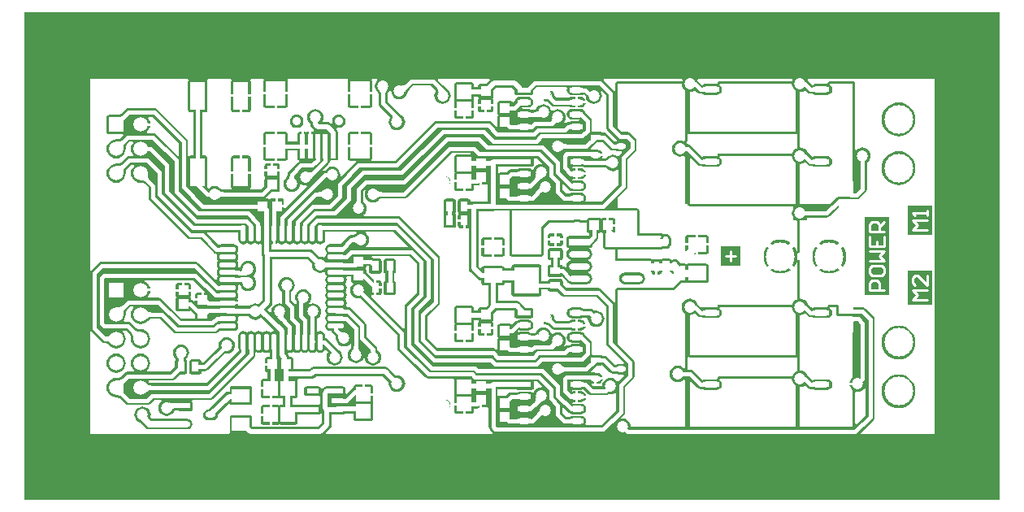
<source format=gbr>
%FSDAX33Y33*%
%MOMM*%
%SFA1B1*%

%IPPOS*%
%AMD1002*
%
%ADD48R,1.524000X2.999999*%
%ADD49R,1.270000X0.508000*%
%ADD50R,1.050000X0.599999*%
%ADD51O,1.050000X0.599999*%
%ADD52O,1.450000X0.599999*%
%ADD53R,1.450000X0.599999*%
%ADD54R,1.849999X1.450000*%
%ADD55R,1.500000X1.350000*%
%ADD56R,0.800001X1.050000*%
%ADD57R,0.499999X2.500000*%
%ADD58R,2.000001X2.500000*%
%ADD59R,2.640000X2.809999*%
%ADD60R,1.899999X1.500000*%
%ADD61R,1.549999X1.500000*%
%ADD62R,1.000001X1.100000*%
%ADD63R,2.200001X0.700001*%
%ADD64O,2.200001X0.700001*%
%ADD65R,2.300000X3.200001*%
%ADD66R,1.799999X0.599999*%
%ADD67O,1.799999X0.599999*%
%ADD68O,1.749999X0.549999*%
%ADD69O,0.549999X1.749999*%
%ADD70R,1.050000X0.800001*%
%ADD71R,0.599999X1.050000*%
%ADD72O,0.599999X1.050000*%
%ADD73R,1.500000X1.549999*%
%ADD74R,1.100000X1.000001*%
%ADD75C,0.399999*%
%ADD76C,0.508000*%
%ADD77C,0.635000*%
%ADD78C,0.381000*%
%ADD79C,0.800001*%
%ADD80C,0.750001*%
%ADD81C,1.000001*%
%ADD82C,0.499999*%
%ADD83C,0.254000*%
%ADD84C,0.900001*%
%ADD85C,1.500000*%
%ADD86R,1.500000X1.500000*%
%ADD87C,2.999999*%
%ADD88C,1.200000*%
%LNgbr_top-1*%
%LPD*%
G36*
X101600Y050800D02*
X000000D01*
Y000000*
X101600*
Y050800*
G37*
%LNgbr_top-2*%
%LPC*%
G36*
X032800Y017649D02*
X032841Y017611D01*
X032884Y017578*
X032930Y017548*
X032977Y017522*
X033027Y017501*
X033078Y017483*
X033132Y017469*
X033189Y017460*
X033247Y017454*
X033307Y017453*
X032714Y016859*
X032712Y016920*
X032707Y016978*
X032697Y017034*
X032684Y017088*
X032666Y017140*
X032644Y017190*
X032619Y017237*
X032589Y017282*
X032555Y017325*
X032518Y017366*
X032800Y017649*
G37*
G36*
X030638Y032053D02*
X030693Y032055D01*
X030748Y032062*
X030801Y032073*
X030852Y032088*
X030903Y032108*
X030952Y032132*
X031000Y032161*
X031046Y032194*
X031091Y032231*
X031135Y032273*
Y031433*
X031091Y031475*
X031046Y031512*
X031000Y031545*
X030952Y031574*
X030903Y031598*
X030852Y031618*
X030801Y031633*
X030748Y031644*
X030693Y031651*
X030638Y031653*
Y032053*
G37*
G36*
X035013Y031279D02*
X035016Y031223D01*
X035022Y031169*
X035033Y031116*
X035049Y031064*
X035068Y031014*
X035093Y030965*
X035121Y030917*
X035154Y030870*
X035192Y030825*
X035233Y030782*
X034393*
X034435Y030825*
X034473Y030870*
X034506Y030917*
X034534Y030965*
X034558Y031014*
X034578Y031064*
X034594Y031116*
X034605Y031169*
X034611Y031223*
X034613Y031279*
X035013*
G37*
G36*
X037239Y031653D02*
X037184Y031651D01*
X037129Y031644*
X037076Y031633*
X037024Y031618*
X036974Y031598*
X036925Y031574*
X036877Y031545*
X036831Y031512*
X036786Y031475*
X036742Y031433*
Y032273*
X036786Y032231*
X036831Y032194*
X036877Y032161*
X036925Y032132*
X036974Y032108*
X037024Y032088*
X037076Y032073*
X037129Y032062*
X037184Y032055*
X037239Y032053*
Y031653*
G37*
G36*
X056489Y036653D02*
X056434Y036651D01*
X056379Y036644*
X056326Y036633*
X056274Y036618*
X056224Y036598*
X056175Y036574*
X056127Y036545*
X056081Y036512*
X056036Y036475*
X055992Y036433*
Y037273*
X056036Y037231*
X056081Y037194*
X056127Y037161*
X056175Y037132*
X056224Y037108*
X056274Y037088*
X056326Y037073*
X056379Y037062*
X056434Y037055*
X056489Y037053*
Y036653*
G37*
G36*
X034138Y027303D02*
X034193Y027305D01*
X034248Y027312*
X034301Y027323*
X034352Y027338*
X034403Y027358*
X034452Y027382*
X034500Y027411*
X034546Y027444*
X034591Y027481*
X034635Y027523*
Y026683*
X034591Y026725*
X034546Y026762*
X034500Y026795*
X034452Y026824*
X034403Y026848*
X034352Y026868*
X034301Y026883*
X034248Y026894*
X034193Y026901*
X034138Y026903*
Y027303*
G37*
G36*
X036513Y015684D02*
X036514Y015634D01*
X036525Y015512*
X036531Y015480*
X036538Y015453*
X036547Y015430*
X036558Y015412*
X036570Y015399*
X036583Y015389*
X036044*
X036057Y015399*
X036069Y015412*
X036080Y015430*
X036089Y015453*
X036096Y015480*
X036102Y015512*
X036107Y015548*
X036113Y015634*
X036113Y015684*
X036513*
G37*
G36*
X056489Y013403D02*
X056434Y013401D01*
X056379Y013394*
X056326Y013383*
X056274Y013368*
X056224Y013348*
X056175Y013324*
X056127Y013295*
X056081Y013262*
X056036Y013225*
X055992Y013183*
Y014023*
X056036Y013981*
X056081Y013944*
X056127Y013911*
X056175Y013882*
X056224Y013858*
X056274Y013838*
X056326Y013823*
X056379Y013812*
X056434Y013805*
X056489Y013803*
Y013403*
G37*
G36*
X034714Y016044D02*
X034716Y015988D01*
X034723Y015933*
X034734Y015881*
X034751Y015830*
X034772Y015781*
X034797Y015734*
X034828Y015689*
X034862Y015646*
X034902Y015605*
X034946Y015565*
X034109Y015495*
X034148Y015543*
X034183Y015591*
X034213Y015641*
X034240Y015691*
X034262Y015742*
X034281Y015794*
X034295Y015846*
X034305Y015899*
X034311Y015954*
X034314Y016009*
X034714Y016044*
G37*
G36*
X054772Y039345D02*
X054814Y039389D01*
X054851Y039433*
X054882Y039477*
X054909Y039521*
X054931Y039565*
X054948Y039609*
X054961Y039653*
X054968Y039696*
X054970Y039740*
X054967Y039784*
X055494Y039257*
X055451Y039260*
X055407Y039257*
X055363Y039250*
X055319Y039238*
X055275Y039221*
X055231Y039199*
X055187Y039172*
X055143Y039140*
X055099Y039103*
X055055Y039062*
X054772Y039345*
G37*
G36*
Y016095D02*
X054814Y016139D01*
X054851Y016183*
X054882Y016227*
X054909Y016271*
X054931Y016315*
X054948Y016359*
X054961Y016403*
X054968Y016446*
X054970Y016490*
X054967Y016534*
X055494Y016007*
X055451Y016010*
X055407Y016007*
X055363Y016000*
X055319Y015988*
X055275Y015971*
X055231Y015949*
X055187Y015922*
X055143Y015890*
X055099Y015853*
X055055Y015812*
X054772Y016095*
G37*
G36*
X053462Y032285D02*
X053498Y032323D01*
X053533Y032364*
X053565Y032407*
X053595Y032452*
X053651Y032550*
X053675Y032602*
X053719Y032714*
X053738Y032774*
X054131Y032031*
X054077Y032046*
X054025Y032054*
X053974Y032056*
X053924Y032053*
X053876Y032044*
X053829Y032028*
X053782Y032007*
X053737Y031980*
X053694Y031947*
X053651Y031908*
X053462Y032285*
G37*
G36*
Y009034D02*
X053498Y009073D01*
X053533Y009114*
X053565Y009157*
X053595Y009202*
X053651Y009300*
X053675Y009352*
X053719Y009464*
X053738Y009524*
X054131Y008781*
X054077Y008796*
X054025Y008804*
X053974Y008806*
X053924Y008803*
X053876Y008794*
X053829Y008778*
X053782Y008757*
X053737Y008730*
X053694Y008697*
X053651Y008658*
X053462Y009034*
G37*
G36*
X010534Y020001D02*
X010491Y019954D01*
X010453Y019902*
X010420Y019845*
X010391Y019784*
X010366Y019718*
X010347Y019648*
X010331Y019573*
X010321Y019493*
X010315Y019409*
X010313Y019321*
X009571Y020063*
X009660Y020064*
X009744Y020070*
X009823Y020081*
X009898Y020096*
X009969Y020116*
X010034Y020140*
X010096Y020169*
X010152Y020203*
X010204Y020241*
X010251Y020284*
X010534Y020001*
G37*
G36*
X013276Y019113D02*
X013213Y019110D01*
X013149Y019100*
X013085Y019084*
X013021Y019061*
X012958Y019032*
X012894Y018996*
X012830Y018954*
X012767Y018905*
X012703Y018850*
X012639Y018788*
Y019838*
X012703Y019776*
X012767Y019721*
X012830Y019672*
X012894Y019630*
X012958Y019594*
X013021Y019565*
X013085Y019542*
X013149Y019526*
X013213Y019516*
X013276Y019513*
Y019113*
G37*
G36*
X053118Y033441D02*
X053157Y033483D01*
X053190Y033527*
X053217Y033572*
X053239Y033618*
X053254Y033665*
X053263Y033714*
X053267Y033764*
X053264Y033815*
X053256Y033867*
X053242Y033920*
X053984Y033528*
X053924Y033508*
X053865Y033485*
X053806Y033458*
X053748Y033428*
X053635Y033358*
X053580Y033318*
X053472Y033227*
X053420Y033176*
X053118Y033441*
G37*
G36*
Y010191D02*
X053157Y010233D01*
X053190Y010277*
X053217Y010322*
X053239Y010368*
X053254Y010415*
X053263Y010464*
X053267Y010514*
X053264Y010565*
X053256Y010617*
X053242Y010670*
X053984Y010278*
X053924Y010258*
X053865Y010235*
X053806Y010208*
X053748Y010178*
X053635Y010108*
X053580Y010068*
X053472Y009977*
X053420Y009926*
X053118Y010191*
G37*
G36*
X053104Y040373D02*
X053161Y040376D01*
X053216Y040383*
X053267Y040396*
X053314Y040413*
X053358Y040436*
X053399Y040464*
X053437Y040497*
X053471Y040534*
X053501Y040577*
X053529Y040625*
X053781Y039824*
X053725Y039852*
X053615Y039900*
X053560Y039919*
X053452Y039949*
X053398Y039960*
X053345Y039967*
X053292Y039972*
X053239Y039973*
X053104Y040373*
G37*
G36*
Y017123D02*
X053161Y017126D01*
X053216Y017133*
X053267Y017146*
X053314Y017163*
X053358Y017186*
X053399Y017214*
X053437Y017247*
X053471Y017284*
X053501Y017327*
X053529Y017375*
X053781Y016574*
X053725Y016602*
X053615Y016650*
X053560Y016669*
X053452Y016699*
X053398Y016710*
X053345Y016717*
X053292Y016722*
X053239Y016723*
X053104Y017123*
G37*
G36*
X060388Y035303D02*
X060443Y035305D01*
X060498Y035312*
X060551Y035323*
X060603Y035338*
X060653Y035358*
X060702Y035382*
X060750Y035411*
X060796Y035444*
X060841Y035481*
X060885Y035523*
Y034683*
X060841Y034725*
X060796Y034762*
X060750Y034795*
X060702Y034824*
X060653Y034848*
X060603Y034868*
X060551Y034883*
X060498Y034894*
X060443Y034901*
X060388Y034903*
Y035303*
G37*
G36*
X013276Y011493D02*
X013213Y011490D01*
X013149Y011480*
X013085Y011464*
X013021Y011441*
X012958Y011412*
X012894Y011376*
X012830Y011334*
X012767Y011285*
X012703Y011230*
X012639Y011168*
Y012218*
X012703Y012156*
X012767Y012101*
X012830Y012052*
X012894Y012010*
X012958Y011974*
X013021Y011945*
X013085Y011922*
X013149Y011906*
X013213Y011896*
X013276Y011893*
Y011493*
G37*
G36*
X010534Y012381D02*
X010491Y012334D01*
X010453Y012282*
X010420Y012225*
X010391Y012164*
X010366Y012098*
X010347Y012028*
X010331Y011953*
X010321Y011873*
X010315Y011789*
X010313Y011701*
X009571Y012443*
X009660Y012444*
X009744Y012450*
X009823Y012461*
X009898Y012476*
X009969Y012496*
X010034Y012520*
X010096Y012549*
X010152Y012583*
X010204Y012621*
X010251Y012664*
X010534Y012381*
G37*
G36*
X010192Y010692D02*
X010146Y010734D01*
X010095Y010772*
X010038Y010806*
X009978Y010837*
X009912Y010864*
X009841Y010888*
X009765Y010908*
X009684Y010924*
X009598Y010936*
X009507Y010945*
X010310Y011622*
X010304Y011536*
X010304Y011454*
X010310Y011376*
X010320Y011303*
X010336Y011234*
X010358Y011168*
X010385Y011108*
X010418Y011051*
X010456Y010998*
X010500Y010950*
X010192Y010692*
G37*
G36*
X016113Y014427D02*
X016111Y014483D01*
X016105Y014537*
X016094Y014590*
X016078Y014642*
X016058Y014692*
X016034Y014742*
X016006Y014789*
X015973Y014836*
X015935Y014881*
X015893Y014925*
X016733Y014925*
X016692Y014881*
X016654Y014836*
X016621Y014789*
X016593Y014742*
X016568Y014692*
X016549Y014642*
X016533Y014590*
X016522Y014537*
X016516Y014483*
X016513Y014427*
X016113*
G37*
G36*
X020739Y031653D02*
X020684Y031651D01*
X020629Y031644*
X020576Y031633*
X020524Y031618*
X020474Y031598*
X020425Y031574*
X020377Y031545*
X020331Y031512*
X020286Y031475*
X020242Y031433*
Y032273*
X020286Y032231*
X020331Y032194*
X020377Y032161*
X020425Y032132*
X020474Y032108*
X020524Y032088*
X020576Y032073*
X020629Y032062*
X020684Y032055*
X020739Y032053*
Y031653*
G37*
G36*
X015771Y009549D02*
X015709Y009547D01*
X015652Y009541*
X015599Y009531*
X015551Y009517*
X015507Y009499*
X015468Y009477*
X015434Y009452*
X015404Y009422*
X015378Y009388*
X015357Y009350*
X015077Y010142*
X015114Y010126*
X015152Y010111*
X015194Y010099*
X015239Y010088*
X015336Y010071*
X015389Y010065*
X015566Y010057*
X015771Y009549*
G37*
G36*
X022395Y023811D02*
X022454Y023813D01*
X022508Y023820*
X022555Y023832*
X022596Y023848*
X022631Y023869*
X022660Y023895*
X022683Y023926*
X022699Y023961*
X022709Y024000*
X022714Y024045*
X023210Y023439*
X022515Y023430*
X022395Y023811*
G37*
G36*
X030168Y033849D02*
X030134Y033814D01*
X030068Y033734*
X030037Y033690*
X029976Y033594*
X029948Y033542*
X029866Y033370*
X029558Y034151*
X029609Y034131*
X029659Y034118*
X029708Y034111*
X029756Y034111*
X029803Y034117*
X029850Y034130*
X029895Y034149*
X029939Y034175*
X029983Y034207*
X030025Y034246*
X030168Y033849*
G37*
G36*
X022515Y023176D02*
X023210Y023167D01*
X022714Y022562*
X022709Y022606*
X022699Y022646*
X022683Y022681*
X022660Y022711*
X022631Y022737*
X022596Y022758*
X022555Y022774*
X022508Y022786*
X022454Y022793*
X022395Y022795*
X022515Y023176*
G37*
G36*
X028031Y033832D02*
X028033Y033777D01*
X028040Y033724*
X028051Y033671*
X028067Y033619*
X028088Y033569*
X028113Y033519*
X028143Y033471*
X028177Y033423*
X028217Y033377*
X028260Y033331*
X027420*
X027464Y033377*
X027503Y033423*
X027537Y033471*
X027567Y033519*
X027592Y033569*
X027613Y033619*
X027629Y033671*
X027640Y033724*
X027647Y033777*
X027650Y033832*
X028031*
G37*
G36*
X026769Y018614D02*
X026257Y019087D01*
X027045Y019245*
X027019Y019205*
X027001Y019166*
X026990Y019126*
X026987Y019085*
X026991Y019044*
X027002Y019002*
X027020Y018960*
X027046Y018917*
X027079Y018874*
X027120Y018830*
X026769Y018614*
G37*
G36*
X039990Y042997D02*
X039939Y042944D01*
X039849Y042836*
X039808Y042781*
X039738Y042668*
X039708Y042610*
X039682Y042552*
X039658Y042492*
X039639Y042432*
X039246Y043175*
X039299Y043160*
X039352Y043152*
X039403Y043150*
X039452Y043153*
X039501Y043162*
X039548Y043178*
X039594Y043199*
X039639Y043226*
X039683Y043259*
X039726Y043298*
X039990Y042997*
G37*
G36*
X043358Y043092D02*
X043870Y042619D01*
X043082Y042461*
X043108Y042501*
X043126Y042540*
X043136Y042581*
X043140Y042621*
X043136Y042663*
X043125Y042704*
X043107Y042747*
X043081Y042789*
X043048Y042833*
X043007Y042876*
X043358Y043092*
G37*
G36*
X011416Y017744D02*
X011463Y017701D01*
X011515Y017663*
X011571Y017629*
X011633Y017600*
X011698Y017576*
X011769Y017556*
X011844Y017541*
X011923Y017530*
X012007Y017524*
X012096Y017523*
X011354Y016781*
X011352Y016869*
X011346Y016953*
X011336Y017033*
X011320Y017108*
X011301Y017178*
X011276Y017244*
X011247Y017305*
X011214Y017362*
X011176Y017414*
X011133Y017461*
X011416Y017744*
G37*
G36*
X012791Y033052D02*
X012744Y033095D01*
X012692Y033133*
X012636Y033167*
X012574Y033196*
X012509Y033220*
X012438Y033240*
X012363Y033255*
X012284Y033266*
X012200Y033272*
X012111Y033273*
X012853Y034016*
X012855Y033927*
X012861Y033843*
X012871Y033763*
X012887Y033688*
X012906Y033618*
X012931Y033552*
X012960Y033491*
X012993Y033435*
X013031Y033383*
X013074Y033335*
X012791Y033052*
G37*
G36*
X008393Y016973D02*
X008463Y016976D01*
X008530Y016985*
X008595Y016999*
X008659Y017019*
X008720Y017046*
X008779Y017077*
X008836Y017115*
X008892Y017159*
X008945Y017208*
X008996Y017263*
Y016283*
X008945Y016338*
X008892Y016387*
X008836Y016431*
X008779Y016469*
X008720Y016501*
X008659Y016527*
X008595Y016547*
X008530Y016561*
X008463Y016570*
X008393Y016573*
Y016973*
G37*
G36*
X010534Y034711D02*
X010491Y034664D01*
X010453Y034612*
X010420Y034555*
X010391Y034494*
X010366Y034428*
X010347Y034358*
X010331Y034283*
X010321Y034203*
X010315Y034119*
X010313Y034031*
X009571Y034773*
X009660Y034774*
X009744Y034780*
X009823Y034791*
X009898Y034806*
X009969Y034826*
X010034Y034850*
X010096Y034879*
X010152Y034913*
X010204Y034951*
X010251Y034994*
X010534Y034711*
G37*
G36*
Y037251D02*
X010491Y037204D01*
X010453Y037152*
X010420Y037095*
X010391Y037034*
X010366Y036968*
X010347Y036898*
X010331Y036823*
X010321Y036743*
X010315Y036659*
X010313Y036571*
X009571Y037313*
X009660Y037314*
X009744Y037320*
X009823Y037331*
X009898Y037346*
X009969Y037366*
X010034Y037390*
X010096Y037419*
X010152Y037453*
X010204Y037491*
X010251Y037534*
X010534Y037251*
G37*
G36*
X013103Y036363D02*
X013052Y036362D01*
X012962Y036355*
X012924Y036348*
X012891Y036340*
X012862Y036330*
X012839Y036318*
X012819Y036304*
X012805Y036289*
X012794Y036271*
Y036855*
X012805Y036837*
X012819Y036822*
X012839Y036808*
X012862Y036796*
X012891Y036786*
X012924Y036778*
X012962Y036771*
X013005Y036767*
X013103Y036763*
Y036363*
G37*
G36*
X010593Y039850D02*
X010514Y039767D01*
X010388Y039620*
X010343Y039555*
X010309Y039495*
X010286Y039442*
X010274Y039394*
X010274Y039351*
X010285Y039315*
X010307Y039284*
X009745Y039847*
X009775Y039824*
X009812Y039813*
X009854Y039814*
X009902Y039825*
X009956Y039848*
X010015Y039883*
X010080Y039928*
X010151Y039985*
X010310Y040133*
X010593Y039850*
G37*
G36*
X038608Y040342D02*
X039120Y039869D01*
X038332Y039711*
X038358Y039751*
X038376Y039790*
X038386Y039831*
X038390Y039871*
X038386Y039913*
X038375Y039954*
X038357Y039997*
X038331Y040039*
X038298Y040083*
X038257Y040126*
X038608Y040342*
G37*
G36*
X037163Y042177D02*
X037161Y042233D01*
X037155Y042287*
X037144Y042340*
X037128Y042392*
X037108Y042442*
X037084Y042492*
X037056Y042539*
X037023Y042586*
X036985Y042631*
X036943Y042675*
X037783*
X037742Y042631*
X037704Y042586*
X037671Y042539*
X037643Y042492*
X037619Y042442*
X037599Y042392*
X037583Y042340*
X037572Y042287*
X037566Y042233*
X037563Y042177*
X037163*
G37*
G36*
X053947Y035071D02*
X053888Y034950D01*
X053813Y034960*
X053591Y034931*
X053385Y034845*
X053207Y034709*
X053071Y034532*
X053030Y034433*
X052994Y034419*
X052881Y034404*
X052728Y034506*
X052513Y034549*
X051663*
X051449Y034506*
X051360Y034447*
X050723*
X050548Y034412*
X050399Y034313*
X050170Y034083*
X049513*
X049454Y034071*
X049352Y034131*
X049327Y034157*
Y034744*
X051234*
X051266Y034723*
X051363Y034703*
X052813*
X052911Y034723*
X052994Y034778*
X053049Y034861*
X053068Y034958*
Y035558*
X053098Y035594*
X053423*
X053947Y035071*
G37*
G36*
X094805Y006862D02*
X087137D01*
X087088Y006979*
X088438Y008329*
X088537Y008478*
X088572Y008653*
Y018803*
X088537Y018979*
X088438Y019128*
X087638Y019928*
X087489Y020027*
X087313Y020062*
X086504*
X086388Y020178*
X086239Y020277*
X086063Y020312*
X085888Y020277*
X085739Y020178*
X085640Y020029*
X085605Y019853*
X085640Y019678*
X085739Y019529*
X085772Y019495*
X085724Y019378*
X084839*
X084818Y019382*
X084813Y019403*
Y020103*
X084794Y020201*
X084739Y020283*
X084656Y020339*
X084559Y020358*
X083933*
X083920Y020356*
X083908Y020357*
X083872Y020346*
X083835Y020339*
X083825Y020332*
X083812Y020328*
X083783Y020304*
X083752Y020283*
X083745Y020273*
X083736Y020265*
X083718Y020232*
X083697Y020201*
X083695Y020188*
X083689Y020177*
X083653Y020059*
X083604Y020069*
X082404*
X082190Y020026*
X082101Y019967*
X082099*
X081638Y020428*
X081584Y020463*
X081556Y020532*
X081420Y020709*
X081242Y020846*
X081035Y020931*
X080815Y020960*
X080815Y020961*
Y020977*
X080813Y020986*
Y024758*
X080807Y024789*
X080806Y024820*
X080798Y024837*
X080794Y024855*
X080777Y024881*
X080763Y024910*
X080749Y024922*
X080739Y024938*
X080713Y024956*
X080690Y024977*
X080672Y024983*
X080656Y024993*
X080625Y025000*
X080596Y025010*
X080500Y025024*
X080532Y025353*
X080500Y025682*
X080596Y025696*
X080625Y025707*
X080656Y025713*
X080672Y025723*
X080690Y025730*
X080713Y025751*
X080739Y025768*
X080749Y025784*
X080763Y025796*
X080777Y025825*
X080794Y025851*
X080798Y025869*
X080806Y025886*
X080807Y025918*
X080813Y025948*
Y029039*
X080866Y029103*
X081563*
Y029394*
X083563*
X083739Y029429*
X083888Y029529*
X084963Y030604*
X085239Y030329*
X085388Y030229*
X085563Y030194*
X085739Y030229*
X085888Y030329*
X085987Y030477*
X086022Y030653*
X085987Y030829*
X085888Y030978*
X085655Y031211*
X085703Y031328*
X086094*
X086138Y031319*
X086738*
X086914Y031354*
X087063Y031454*
X087638Y032029*
X087737Y032178*
X087772Y032353*
Y035134*
X087920Y035247*
X088056Y035424*
X088142Y035631*
X088171Y035853*
X088142Y036075*
X088056Y036282*
X087920Y036459*
X087742Y036596*
X087535Y036681*
X087313Y036710*
X087092Y036681*
X086885Y036596*
X086707Y036459*
X086695Y036444*
X086568Y036487*
Y043353*
X086549Y043451*
X086494Y043533*
X086411Y043589*
X086314Y043608*
X083933*
X083920Y043606*
X083908Y043607*
X083872Y043596*
X083835Y043589*
X083825Y043582*
X083812Y043578*
X083783Y043554*
X083752Y043533*
X083745Y043523*
X083736Y043515*
X083718Y043482*
X083697Y043451*
X083695Y043438*
X083689Y043427*
X083653Y043309*
X083604Y043319*
X082404*
X082190Y043276*
X082101Y043217*
X082099*
X081638Y043678*
X081584Y043713*
X081583Y043717*
X081659Y043844*
X094805*
Y006862*
G37*
G36*
X058739Y011029D02*
X058888Y010929D01*
X059063Y010894*
X060563*
X060739Y010929*
X060876Y011020*
X061063Y010996*
X061285Y011025*
X061492Y011111*
X061541Y011148*
X061655Y011092*
Y009343*
X060123Y007812*
X058502*
X058442Y007924*
X058482Y007983*
X058524Y008198*
X058482Y008413*
X058360Y008595*
X058178Y008716*
X057963Y008759*
X057113*
X056899Y008716*
X056810Y008657*
X056409*
X056015Y009051*
Y009587*
X056132Y009636*
X056624Y009144*
X056705Y009090*
X056717Y009072*
X056899Y008950*
X057113Y008907*
X057963*
X058178Y008950*
X058360Y009072*
X058482Y009253*
X058524Y009468*
X058482Y009683*
X058360Y009865*
X058178Y009986*
X057963Y010029*
X057123*
X057100Y010051*
X057100Y010055*
X057172Y010173*
X057411*
Y010738*
Y011303*
X057113*
X057087Y011298*
X057064Y011328*
X057094Y011401*
X057133Y011447*
X057963*
X058178Y011490*
X058238Y011530*
X058739Y011029*
G37*
G36*
X046516Y036135D02*
X046453Y036008D01*
X045039*
X044941Y035989*
X044858Y035933*
X044803Y035851*
X044784Y035753*
Y034253*
X044803Y034156*
X044836Y034107*
X044799Y034052*
X044780Y033953*
Y033330*
X045813*
Y033203*
X045940*
Y032194*
X046588*
X046688Y032214*
X046772Y032270*
X046828Y032354*
X046847Y032453*
Y032744*
X047138*
X047314Y032779*
X047436Y032861*
Y033628*
X047690*
Y032869*
X048113*
X048173Y032881*
X048276Y032820*
X048300Y032794*
Y031113*
X046813*
X046618Y031074*
X046600Y031062*
X046468*
Y031128*
X046449Y031226*
X046394Y031308*
X046311Y031364*
X046213Y031383*
X045413*
X045316Y031364*
X045233Y031308*
X045178Y031226*
X045159Y031128*
Y030078*
X045178Y029981*
X045202Y029945*
X045230Y029811*
X045174Y029727*
X045155Y029628*
Y029230*
X045814*
Y029103*
X045941*
Y028319*
X046213*
X046304Y028245*
Y024103*
X046343Y023908*
X046453Y023743*
X047203Y022993*
X047368Y022882*
X047563Y022843*
X047609*
Y022603*
X047628Y022506*
X047683Y022423*
X047766Y022368*
X047863Y022348*
X048304*
Y020336*
X048310Y020302*
X048092Y020083*
X047514*
X047416Y020064*
X047333Y020008*
X047278Y019926*
X047259Y019828*
Y019767*
X046843*
Y020003*
X046824Y020101*
X046769Y020183*
X046686Y020239*
X046588Y020258*
X045039*
X044941Y020239*
X044858Y020183*
X044803Y020101*
X044784Y020003*
Y018503*
X044803Y018406*
X044836Y018357*
X044799Y018302*
X044780Y018203*
Y017580*
X045813*
X046847*
Y018203*
X046828Y018302*
X046791Y018357*
X046824Y018406*
X046843Y018503*
Y018739*
X047276*
X047278Y018731*
X047302Y018695*
X047330Y018561*
X047274Y018477*
X047255Y018378*
Y018005*
X048063*
X048872*
Y018378*
X048853Y018477*
X048797Y018561*
X048825Y018695*
X048849Y018731*
X048868Y018828*
Y019406*
X049155Y019693*
X051058*
X051068Y019684*
Y019163*
X051087Y019066*
X051142Y018983*
X051225Y018928*
X051322Y018908*
X052772*
X052870Y018928*
X052953Y018983*
X053008Y019066*
X053027Y019163*
Y019763*
X053008Y019861*
X052953Y019943*
X052870Y019999*
X052772Y020018*
X052187*
X051634Y020570*
X051468Y020682*
X051271Y020721*
X049323*
Y022348*
X049763*
X049861Y022368*
X049944Y022423*
X049999Y022506*
X050017Y022597*
X050739*
Y021448*
X050758Y021351*
X050813Y021268*
X050896Y021213*
X050993Y021193*
X053633*
X053731Y021213*
X053814Y021268*
X053869Y021351*
X053888Y021448*
Y021894*
X054545*
X054553Y021856*
X054608Y021773*
X054691Y021718*
X054788Y021698*
X055570*
X055989Y021279*
X056138Y021179*
X056313Y021144*
X059623*
X060605Y020163*
Y016353*
X060640Y016177*
X060739Y016029*
X062502Y014266*
X062439Y014149*
X062363Y014164*
X061913*
X061699Y014121*
X061610Y014062*
X061504*
X060688Y014878*
X060539Y014977*
X060363Y015012*
X060208*
X060194Y015033*
X060111Y015089*
X060013Y015108*
X059211*
X059130Y015206*
X059131Y015212*
Y016244*
X059096Y016420*
X058997Y016569*
X058444Y017122*
X058441Y017138*
X058319Y017320*
X058137Y017441*
X057922Y017484*
X057072*
X056858Y017441*
X056676Y017320*
X056554Y017138*
X056512Y016923*
X056554Y016708*
X056676Y016527*
X056858Y016405*
X057072Y016362*
X057802*
X057816Y016341*
X057747Y016214*
X057072*
X056858Y016171*
X056769Y016112*
X056613*
X056438Y016077*
X056342Y016013*
X056254Y016107*
X056306Y016174*
X056392Y016381*
X056421Y016603*
X056392Y016825*
X056306Y017032*
X056170Y017209*
X055992Y017346*
X055785Y017431*
X055563Y017460*
X055342Y017431*
X055135Y017346*
X055028Y017263*
X054892Y017320*
X054892Y017325*
X054806Y017532*
X054670Y017709*
X054492Y017846*
X054285Y017931*
X054063Y017960*
X053842Y017931*
X053635Y017846*
X053457Y017709*
X053321Y017532*
X053310Y017504*
X053307Y017502*
X053287Y017465*
X053272Y017444*
X053257Y017428*
X053243Y017416*
X053228Y017406*
X053211Y017397*
X053191Y017390*
X053167Y017384*
X053154Y017382*
X052776*
X052687Y017441*
X052472Y017484*
X051622*
X051479Y017455*
X051417Y017572*
X051501Y017657*
X051622Y017632*
X052472*
X052687Y017675*
X052869Y017797*
X052991Y017978*
X053033Y018193*
X052991Y018408*
X052869Y018590*
X052687Y018711*
X052472Y018754*
X051622*
X051408Y018711*
X051290Y018632*
X051213Y018617*
X051064Y018518*
X050804Y018257*
X050794Y018258*
X050711Y018314*
X050613Y018333*
X049513*
X049416Y018314*
X049333Y018258*
X049278Y018176*
X049259Y018078*
Y017078*
X049278Y016981*
X049333Y016898*
Y016808*
X049278Y016726*
X049259Y016628*
Y015736*
X049158Y015687*
X049132Y015682*
X048989Y015777*
X048813Y015812*
X043004*
X041972Y016843*
Y019113*
X043138Y020279*
X043237Y020428*
X043272Y020603*
Y025161*
X043237Y025337*
X043138Y025486*
X039196Y029428*
X039047Y029527*
X038872Y029562*
X035387*
X035344Y029689*
X035420Y029747*
X035556Y029924*
X035642Y030131*
X035671Y030353*
X035642Y030575*
X035556Y030782*
X035420Y030959*
X035407Y030969*
X035382Y030995*
X035357Y031026*
X035335Y031056*
X035317Y031087*
X035302Y031117*
X035290Y031147*
X035281Y031178*
X035274Y031210*
X035272Y031224*
Y032163*
X035477Y032367*
X035572Y032283*
X035571Y032282*
X035485Y032075*
X035456Y031853*
X035485Y031631*
X035571Y031424*
X035707Y031247*
X035885Y031111*
X036092Y031025*
X036313Y030996*
X036535Y031025*
X036742Y031111*
X036920Y031247*
X036930Y031260*
X036955Y031284*
X036986Y031310*
X037017Y031332*
X037047Y031350*
X037077Y031365*
X037108Y031377*
X037139Y031386*
X037171Y031393*
X037185Y031394*
X039563*
X039739Y031429*
X039888Y031529*
X044504Y036144*
X046509*
X046516Y036135*
G37*
G36*
X040855Y024633D02*
Y021543D01*
X039739Y020428*
X039640Y020279*
X039605Y020103*
Y017877*
X039487Y017828*
X036116Y021199*
X036152Y021290*
X036176Y021319*
X036436*
Y022103*
Y022887*
X036428*
X035622Y023693*
Y023878*
X035603Y023977*
X035547Y024061*
X035575Y024195*
X035599Y024231*
X035618Y024328*
Y024369*
X035898*
X035909Y024359*
Y023828*
X035928Y023731*
X035983Y023648*
X036066Y023593*
X036163Y023573*
X036963*
X037061Y023593*
X037144Y023648*
X037199Y023731*
X037218Y023828*
Y024878*
X037199Y024976*
X037144Y025058*
X037061Y025114*
X036963Y025133*
X036432*
X036413Y025153*
X036264Y025252*
X036187Y025267*
X036200Y025394*
X040093*
X040855Y024633*
G37*
G36*
X060989Y013279D02*
X061138Y013179D01*
X061313Y013144*
X061610*
X061699Y013085*
X061913Y013042*
X062363*
X062439Y013057*
X062502Y012940*
X061910Y012348*
X061744Y012362*
X061670Y012459*
X061492Y012596*
X061285Y012681*
X061063Y012710*
X060842Y012681*
X060635Y012596*
X060457Y012459*
X060321Y012282*
X060235Y012075*
X060206Y011853*
X060170Y011812*
X059254*
X059068Y011998*
X059130Y012115*
X059263Y012088*
X059361*
Y012653*
X059488*
Y012780*
X060253*
X060235Y012869*
X060113Y013053*
X059930Y013175*
X059713Y013218*
X059527*
X059514Y013227*
X059339Y013262*
X059026*
X058973Y013389*
X059582Y013998*
X060013*
X060111Y014018*
X060194Y014073*
X060195Y014073*
X060989Y013279*
G37*
G36*
X087655Y011594D02*
Y008843D01*
X086686Y007874*
X086568Y007923*
Y011153*
X086695Y011261*
X086813Y011246*
X087035Y011275*
X087242Y011361*
X087420Y011497*
X087528Y011638*
X087655Y011594*
G37*
G36*
X058138Y034679D02*
X058313Y034644D01*
X060442*
X060456Y034643*
X060488Y034636*
X060519Y034627*
X060550Y034615*
X060580Y034600*
X060610Y034582*
X060641Y034560*
X060672Y034534*
X060697Y034510*
X060707Y034497*
X060885Y034361*
X061092Y034275*
X061313Y034246*
X061535Y034275*
X061742Y034361*
X061791Y034398*
X061905Y034342*
Y032843*
X060123Y031062*
X058502*
X058442Y031174*
X058482Y031233*
X058524Y031448*
X058482Y031663*
X058360Y031845*
X058178Y031966*
X057963Y032009*
X057113*
X056899Y031966*
X056810Y031907*
X056409*
X056015Y032301*
Y032837*
X056132Y032886*
X056624Y032394*
X056705Y032340*
X056717Y032322*
X056899Y032200*
X057113Y032157*
X057963*
X058178Y032200*
X058360Y032322*
X058482Y032503*
X058524Y032718*
X058482Y032933*
X058360Y033115*
X058178Y033236*
X057963Y033279*
X057123*
X057100Y033301*
X057100Y033305*
X057172Y033423*
X057411*
Y033988*
Y034553*
X057113*
X057087Y034548*
X057064Y034578*
X057094Y034651*
X057133Y034697*
X057963*
X058077Y034720*
X058138Y034679*
G37*
G36*
X039978Y026429D02*
X039929Y026312D01*
X035637*
X035594Y026439*
X035670Y026497*
X035806Y026674*
X035892Y026881*
X035921Y027103*
X035892Y027325*
X035806Y027532*
X035670Y027709*
X035529Y027817*
X035572Y027944*
X038463*
X039978Y026429*
G37*
G36*
X011372Y020082D02*
X011383Y020017D01*
X011230Y019817*
X011129Y019574*
X011095Y019313*
X011129Y019052*
X011230Y018809*
X011390Y018600*
X011599Y018440*
X011842Y018339*
X012103Y018304*
X012365Y018339*
X012608Y018440*
X012817Y018600*
X012833Y018621*
X012875Y018662*
X012928Y018707*
X012978Y018746*
X013027Y018778*
X013073Y018804*
X013118Y018825*
X013160Y018840*
X013200Y018850*
X013228Y018854*
X014144*
X015545Y017454*
X015694Y017354*
X015869Y017319*
X019819*
X019995Y017354*
X020144Y017454*
X020323Y017633*
X020359Y017609*
X020563Y017568*
X021763*
X021968Y017609*
X022142Y017725*
X022258Y017898*
X022299Y018103*
X022258Y018308*
X022142Y018482*
Y018525*
X022258Y018698*
X022299Y018903*
X022271Y019041*
X022359Y019168*
X023326*
X023457Y018997*
X023635Y018861*
X023842Y018775*
X024063Y018746*
X024285Y018775*
X024492Y018861*
X024670Y018997*
X024692Y018998*
X025975Y017714*
X025934Y017577*
X025807Y017551*
X025632Y017434*
X025513Y017485*
X025418Y017548*
X025213Y017588*
X025009Y017548*
X024835Y017432*
X024792*
X024618Y017548*
X024413Y017588*
X024209Y017548*
X024035Y017432*
X023992*
X023818Y017548*
X023613Y017588*
X023409Y017548*
X023235Y017432*
X023192*
X023018Y017548*
X022813Y017588*
X022609Y017548*
X022435Y017432*
X022319Y017258*
X022278Y017053*
Y015853*
X022319Y015648*
X022355Y015595*
Y015543*
X018963Y012152*
X013228*
X013200Y012156*
X013160Y012166*
X013118Y012181*
X013073Y012202*
X013027Y012228*
X012978Y012260*
X012928Y012299*
X012918Y012307*
X012965Y012434*
X015353*
X015529Y012469*
X015678Y012569*
X016182Y013073*
X016713*
X016811Y013093*
X016894Y013148*
X016949Y013231*
X016968Y013328*
Y014378*
X016949Y014476*
X016894Y014558*
X016886Y014585*
X016882Y014710*
X016887Y014716*
X016907Y014737*
X016920Y014747*
X017056Y014924*
X017142Y015131*
X017171Y015353*
X017142Y015575*
X017056Y015782*
X016920Y015959*
X016742Y016096*
X016535Y016181*
X016313Y016210*
X016092Y016181*
X015885Y016096*
X015707Y015959*
X015571Y015782*
X015485Y015575*
X015456Y015353*
X015485Y015131*
X015571Y014924*
X015707Y014747*
X015720Y014737*
X015740Y014716*
X015745Y014710*
X015741Y014585*
X015733Y014558*
X015678Y014476*
X015659Y014378*
Y013847*
X015163Y013352*
X012806*
X012763Y013479*
X012817Y013520*
X012977Y013729*
X013078Y013972*
X013112Y014233*
X013078Y014494*
X012977Y014737*
X012817Y014946*
X012608Y015107*
X012365Y015207*
X012103Y015242*
X011842Y015207*
X011599Y015107*
X011390Y014946*
X011230Y014737*
X011129Y014494*
X011095Y014233*
X011129Y013972*
X011230Y013729*
X011390Y013520*
X011444Y013479*
X011401Y013352*
X010763*
X010588Y013317*
X010439Y013218*
X010034Y012812*
X010011Y012796*
X009976Y012775*
X009935Y012755*
X009890Y012739*
X009838Y012724*
X009781Y012713*
X009718Y012704*
X009649Y012699*
X009590Y012698*
X009563Y012702*
X009302Y012667*
X009059Y012567*
X008850Y012406*
X008690Y012197*
X008589Y011954*
X008555Y011693*
X008589Y011432*
X008690Y011189*
X008850Y010980*
X009059Y010820*
X009302Y010719*
X009461Y010698*
X009483Y010692*
X009567Y010683*
X009641Y010673*
X009708Y010659*
X009768Y010643*
X009823Y010625*
X009871Y010605*
X009914Y010584*
X009951Y010561*
X009974Y010544*
X010489Y010029*
X010638Y009929*
X010813Y009894*
X012813*
X012989Y009929*
X013138Y010029*
X013504Y010394*
X014240*
X014283Y010267*
X014207Y010209*
X014071Y010032*
X013985Y009825*
X013956Y009603*
X013985Y009381*
X014071Y009174*
X014207Y008997*
X014385Y008861*
X014592Y008775*
X014813Y008746*
X015035Y008775*
X015242Y008861*
X015420Y008997*
X015556Y009174*
X015575Y009220*
X015581Y009227*
X015593Y009249*
X015597Y009254*
X015601Y009258*
X015608Y009263*
X015618Y009269*
X015635Y009276*
X015658Y009283*
X015689Y009289*
X015694Y009289*
X016084*
X016116Y009268*
X016213Y009248*
X017263*
X017361Y009268*
X017444Y009323*
X017499Y009406*
X017518Y009503*
Y010103*
X017499Y010201*
X017454Y010267*
X017473Y010335*
X017506Y010394*
X019313*
X019489Y010429*
X019638Y010529*
X023938Y014829*
X024037Y014977*
X024072Y015153*
Y015315*
X024184Y015375*
X024209Y015359*
X024413Y015318*
X024618Y015359*
X024792Y015475*
X024835*
X025009Y015359*
X025213Y015318*
X025418Y015359*
X025443Y015375*
X025555Y015315*
Y014912*
X025313*
X025214Y014892*
X025130Y014836*
X025074Y014752*
X025055Y014653*
Y014230*
X025813*
Y013976*
X025055*
Y013553*
X025074Y013454*
X025130Y013370*
X025214Y013314*
X025313Y013294*
X025355*
Y012637*
X024913*
X024814Y012617*
X024730Y012561*
X024674Y012477*
X024655Y012378*
Y011730*
X025663*
Y011603*
X025790*
Y010569*
X026413*
X026513Y010589*
X026567Y010625*
X026616Y010593*
X026713Y010573*
X026950*
Y009883*
X026713*
X026616Y009864*
X026567Y009831*
X026513Y009867*
X026413Y009887*
X025790*
Y008853*
Y007819*
X026413*
X026513Y007839*
X026567Y007875*
X026616Y007843*
X026713Y007823*
X028213*
X028311Y007843*
X028394Y007898*
X028449Y007981*
X028468Y008078*
Y008899*
X030023*
X030049Y008904*
X030658*
X030756Y008924*
X030839Y008979*
X030862Y009014*
X030989Y008976*
Y008006*
X030601Y007617*
X023776*
X023743Y007650*
Y008578*
X023724Y008676*
X023669Y008758*
X023586Y008814*
X023488Y008833*
X021638*
X021541Y008814*
X021458Y008758*
X021403Y008676*
X021384Y008578*
Y007128*
X021403Y007031*
X021431Y006989*
X021377Y006864*
X021375Y006862*
X006822*
Y017550*
X006949Y017588*
X006989Y017529*
X008069Y016449*
X008218Y016349*
X008393Y016314*
X008454*
X008486Y016310*
X008529Y016301*
X008570Y016288*
X008609Y016271*
X008648Y016250*
X008687Y016224*
X008726Y016194*
X008764Y016158*
X008809Y016110*
X008813Y016107*
X008815Y016103*
X008819Y016100*
X008850Y016060*
X009059Y015900*
X009302Y015799*
X009563Y015764*
X009825Y015799*
X010068Y015900*
X010277Y016060*
X010437Y016269*
X010538Y016512*
X010572Y016773*
X010538Y017034*
X010437Y017277*
X010277Y017486*
X010228Y017524*
X010268Y017644*
X010583*
X010984Y017244*
X011001Y017221*
X011022Y017185*
X011041Y017145*
X011058Y017099*
X011072Y017048*
X011084Y016991*
X011092Y016928*
X011097Y016858*
X011098Y016799*
X011095Y016773*
X011129Y016512*
X011230Y016269*
X011390Y016060*
X011599Y015900*
X011842Y015799*
X012103Y015764*
X012365Y015799*
X012608Y015900*
X012817Y016060*
X012977Y016269*
X013078Y016512*
X013112Y016773*
X013078Y017034*
X012977Y017277*
X012817Y017486*
X012608Y017647*
X012365Y017747*
X012103Y017782*
X012077Y017778*
X012018Y017779*
X011949Y017784*
X011886Y017793*
X011829Y017804*
X011777Y017819*
X011732Y017835*
X011691Y017855*
X011656Y017876*
X011633Y017892*
X011098Y018428*
X010949Y018527*
X010773Y018562*
X010408*
X010345Y018689*
X010437Y018809*
X010538Y019052*
X010572Y019313*
X010569Y019339*
X010570Y019398*
X010575Y019468*
X010583Y019531*
X010595Y019588*
X010609Y019639*
X010626Y019685*
X010645Y019725*
X010666Y019761*
X010683Y019784*
X011044Y020144*
X011350*
X011372Y020082*
G37*
G36*
X080559Y014813D02*
Y013460D01*
X080565Y013428*
X080566Y013420*
X080385Y013346*
X080207Y013209*
X080071Y013032*
X079996Y012851*
X079989Y012851*
X079956Y012858*
X072433*
X072420Y012856*
X072408Y012857*
X072372Y012846*
X072335Y012839*
X072325Y012832*
X072312Y012828*
X072283Y012804*
X072252Y012783*
X072245Y012773*
X072236Y012765*
X072218Y012732*
X072197Y012701*
X072195Y012688*
X072189Y012677*
X072153Y012559*
X072104Y012569*
X070904*
X070690Y012526*
X070601Y012467*
X070599*
X069638Y013428*
X069489Y013527*
X069313Y013562*
X069154*
X069130Y013578*
X069075Y013651*
X069061Y013689*
X069068Y013714*
X069067Y013722*
X069068Y013731*
Y014813*
X069195Y014881*
X069216Y014868*
X069313Y014848*
X080313*
X080411Y014868*
X080432Y014881*
X080559Y014813*
G37*
G36*
X050559Y030103D02*
Y025599D01*
X050578Y025501*
X050633Y025418*
X050716Y025363*
X050813Y025344*
X053813*
X053911Y025363*
X053994Y025418*
X054049Y025501*
X054068Y025599*
Y028248*
X054669Y028848*
X057153*
X057251Y028868*
X057408Y028933*
X057563Y028953*
X057719Y028933*
X057876Y028868*
X057974Y028848*
X058584*
Y028053*
X058603Y027956*
X058658Y027873*
X058741Y027818*
X058838Y027798*
X058880*
Y027593*
X058765Y027478*
X056713*
X056616Y027459*
X056533Y027403*
X056478Y027321*
X056459Y027223*
Y026523*
X056478Y026426*
X056533Y026343*
X056616Y026288*
X056713Y026268*
X056750*
X056789Y026141*
X056631Y026036*
X056498Y025837*
X056452Y025603*
X056498Y025369*
X056631Y025171*
X056829Y025038*
X056855Y025033*
Y024903*
X056829Y024898*
X056631Y024766*
X056498Y024567*
X056452Y024333*
X056463Y024276*
X056348Y024204*
X056239Y024277*
X056082Y024308*
X056074Y024351*
X056019Y024433*
X055936Y024489*
X055838Y024508*
X055772*
Y024948*
X055838*
X055936Y024968*
X056019Y025023*
X056074Y025106*
X056093Y025203*
Y026003*
X056074Y026101*
X056019Y026183*
X055936Y026239*
X055838Y026258*
X054788*
X054691Y026239*
X054608Y026183*
X054553Y026101*
X054534Y026003*
Y025203*
X054553Y025106*
X054608Y025023*
X054691Y024968*
X054788Y024948*
X054855*
Y024508*
X054788*
X054691Y024489*
X054608Y024433*
X054553Y024351*
X054534Y024253*
Y023453*
X054553Y023356*
X054608Y023273*
X054691Y023218*
X054788Y023198*
X055838*
X055936Y023218*
X056004Y023263*
X056529Y022739*
X056583Y022703*
X056631Y022631*
X056829Y022498*
X057063Y022451*
X058563*
X058798Y022498*
X058996Y022631*
X059129Y022829*
X059175Y023063*
X059129Y023297*
X058996Y023496*
X058798Y023628*
X058772Y023633*
Y023763*
X058798Y023768*
X058996Y023901*
X059129Y024099*
X059175Y024333*
X059129Y024567*
X058996Y024766*
X058798Y024898*
X058772Y024903*
Y025033*
X058798Y025038*
X058996Y025171*
X059129Y025369*
X059175Y025603*
X059129Y025837*
X058996Y026036*
X058838Y026141*
X058877Y026268*
X058913*
X059011Y026288*
X059094Y026343*
X059149Y026426*
X059168Y026523*
Y026584*
X059663Y027079*
X059762Y027228*
X059797Y027403*
Y027798*
X059838*
X059936Y027818*
X060019Y027873*
X060108*
X060191Y027818*
X060309Y027794*
Y026353*
X060328Y026256*
X060383Y026173*
X060430Y026126*
X060512Y026071*
X060610Y026052*
X061559*
Y025108*
X061578Y025010*
X061633Y024928*
X061716Y024873*
X061813Y024853*
X062733*
X062796Y024726*
X062746Y024661*
X062680Y024503*
X062658Y024333*
X062680Y024163*
X062746Y024005*
X062850Y023870*
X062938Y023802*
X062895Y023675*
X062563*
X062329Y023628*
X062131Y023496*
X061998Y023297*
X061952Y023063*
X061998Y022829*
X062131Y022631*
X062329Y022498*
X062563Y022451*
X064063*
X064298Y022498*
X064496Y022631*
X064629Y022829*
X064675Y023063*
X064629Y023297*
X064496Y023496*
X064414Y023550*
X064453Y023677*
X065320*
X065324Y023654*
X065380Y023570*
X065464Y023514*
X065563Y023494*
X065736*
Y024278*
X065990*
Y023494*
X066163*
X066263Y023514*
X066347Y023570*
X066382Y023622*
X067411*
X067547Y023531*
X067592Y023522*
X067975Y023140*
X068111Y023035*
X068269Y022970*
X068321Y022963*
X068325Y022834*
X068322Y022834*
X068239Y022778*
X067581Y022121*
X067562Y022108*
X067538Y022103*
X061813*
X061716Y022084*
X061633Y022028*
X061578Y021946*
X061559Y021848*
Y020651*
X061432Y020612*
X061388Y020678*
X060138Y021928*
X059989Y022027*
X059813Y022062*
X056504*
X056093Y022472*
Y022753*
X056074Y022851*
X056019Y022933*
X055936Y022989*
X055838Y023008*
X054788*
X054691Y022989*
X054608Y022933*
X054553Y022851*
X054545Y022812*
X053888*
Y024258*
X053869Y024356*
X053814Y024438*
X053731Y024494*
X053633Y024513*
X050993*
X050896Y024494*
X050813Y024438*
X050758Y024356*
X050739Y024258*
Y024110*
X050017*
X049999Y024201*
X049944Y024283*
X049861Y024339*
X049763Y024358*
X047863*
X047766Y024339*
X047683Y024283*
X047628Y024201*
X047626Y024191*
X047488Y024149*
X047323Y024314*
Y030093*
X048793*
X048813Y030089*
X049010Y030128*
X049034Y030144*
X050525*
X050559Y030103*
G37*
G36*
X034598Y027817D02*
X034457Y027709D01*
X034447Y027696*
X034422Y027672*
X034391Y027646*
X034360Y027624*
X034330Y027606*
X034300Y027591*
X034269Y027579*
X034238Y027570*
X034206Y027564*
X034192Y027562*
X034063*
X033888Y027527*
X033739Y027428*
X032950Y026638*
X031863*
X031659Y026598*
X031485Y026482*
X031369Y026308*
X031328Y026103*
X031369Y025898*
X031485Y025725*
Y025682*
X031369Y025508*
X031335Y025335*
X031305Y025306*
X031255Y025277*
X031207Y025260*
X031035Y025331*
X030813Y025360*
X030698Y025345*
X030077Y025966*
X029910Y026078*
X029713Y026117*
X025727*
Y026567*
X025854Y026645*
X025886Y026639*
Y027753*
X026140*
Y026639*
X026220Y026655*
X026395Y026772*
X026514Y026722*
X026609Y026659*
X026813Y026618*
X027018Y026659*
X027192Y026775*
X027235*
X027409Y026659*
X027613Y026618*
X027818Y026659*
X027992Y026775*
X028035*
X028209Y026659*
X028413Y026618*
X028618Y026659*
X028792Y026775*
X028835*
X029009Y026659*
X029213Y026618*
X029418Y026659*
X029592Y026775*
X029635*
X029809Y026659*
X030013Y026618*
X030218Y026659*
X030392Y026775*
X030435*
X030609Y026659*
X030813Y026618*
X031018Y026659*
X031192Y026775*
X031308Y026948*
X031349Y027153*
Y027944*
X034555*
X034598Y027817*
G37*
G36*
X022278Y027153D02*
X022319Y026948D01*
X022435Y026775*
X022609Y026659*
X022813Y026618*
X023018Y026659*
X023192Y026775*
X023235*
X023409Y026659*
X023613Y026618*
X023818Y026659*
X023992Y026775*
X024035*
X024209Y026659*
X024413Y026618*
X024573Y026649*
X024700Y026572*
Y025703*
X024739Y025506*
X024800Y025415*
Y020766*
X024412Y020379*
X024285Y020431*
X024063Y020460*
X023842Y020431*
X023635Y020346*
X023457Y020209*
X023447Y020196*
X022336*
X022267Y020323*
X022278Y020376*
X021163*
Y020630*
X022278*
X022262Y020709*
X022145Y020884*
X022195Y021004*
X022258Y021098*
X022299Y021303*
X022258Y021508*
X022193Y021606*
X022151Y021703*
X022193Y021800*
X022258Y021898*
X022299Y022103*
X022258Y022308*
X022340Y022407*
X022367Y022416*
X022485Y022354*
X022571Y022147*
X022707Y021970*
X022885Y021834*
X023092Y021748*
X023313Y021719*
X023535Y021748*
X023742Y021834*
X023920Y021970*
X024056Y022147*
X024142Y022354*
X024171Y022576*
X024142Y022798*
X024056Y023005*
X023920Y023182*
X023845Y023240*
Y023367*
X023920Y023424*
X024056Y023601*
X024142Y023808*
X024171Y024030*
X024142Y024252*
X024056Y024459*
X023920Y024636*
X023742Y024773*
X023535Y024858*
X023313Y024887*
X023092Y024858*
X022885Y024773*
X022707Y024636*
X022571Y024459*
X022485Y024252*
X022367Y024190*
X022340Y024199*
X022258Y024298*
X022299Y024503*
X022258Y024708*
X022142Y024882*
Y024925*
X022258Y025098*
X022299Y025303*
X022258Y025508*
X022142Y025682*
Y025725*
X022258Y025898*
X022299Y026103*
X022258Y026308*
X022142Y026482*
X021968Y026598*
X021763Y026638*
X020563*
X020359Y026598*
X020305Y026562*
X020214*
X018998Y027777*
X019047Y027894*
X022278*
Y027153*
G37*
G36*
X053947Y011821D02*
X053888Y011700D01*
X053813Y011710*
X053591Y011681*
X053385Y011595*
X053207Y011459*
X053071Y011282*
X053030Y011184*
X052994Y011169*
X052881Y011154*
X052728Y011256*
X052513Y011299*
X051663*
X051449Y011256*
X051360Y011197*
X050723*
X050548Y011162*
X050399Y011063*
X050170Y010833*
X049513*
X049416Y010814*
X049399Y010802*
X049272Y010870*
Y011494*
X051234*
X051266Y011473*
X051363Y011453*
X052813*
X052911Y011473*
X052994Y011528*
X053049Y011611*
X053068Y011708*
Y012308*
X053098Y012344*
X053423*
X053947Y011821*
G37*
G36*
X018813Y021704D02*
X018765Y021587D01*
X018690*
Y020828*
X018563*
Y020701*
X017692*
X017637Y020678*
X017613Y020703*
X017464Y020802*
X017368Y020821*
Y020878*
X017349Y020976*
X017325Y021011*
X017297Y021145*
X017353Y021229*
X017372Y021328*
Y021701*
X015755*
Y021328*
X015774Y021229*
X015830Y021145*
X015802Y021011*
X015778Y020976*
X015759Y020878*
Y019878*
X015778Y019781*
X015833Y019698*
X015916Y019643*
X016013Y019623*
X017113*
X017211Y019643*
X017294Y019698*
X017318Y019700*
X017739Y019279*
X017759Y019266*
Y018887*
X016329*
X014288Y020928*
X014139Y021027*
X013963Y021062*
X012922*
X012859Y021189*
X012980Y021347*
X013082Y021591*
X013099Y021726*
X012103*
Y021980*
X013099*
X013082Y022115*
X012980Y022359*
X012820Y022569*
X012610Y022730*
X012520Y022767*
X012545Y022894*
X017623*
X018813Y021704*
G37*
G36*
X029971Y024619D02*
X029956Y024503D01*
X029985Y024281*
X030071Y024074*
X030207Y023897*
X030385Y023761*
X030592Y023675*
X030813Y023646*
X031035Y023675*
X031203Y023744*
X031246Y023730*
X031306Y023694*
X031331Y023669*
X031365Y023497*
X031482Y023322*
X031432Y023202*
X031369Y023108*
X031328Y022903*
X031369Y022698*
X031485Y022525*
Y022482*
X031369Y022308*
X031328Y022103*
X031369Y021898*
X031434Y021800*
X031476Y021703*
X031434Y021606*
X031369Y021508*
X031328Y021303*
X031369Y021098*
X031485Y020925*
Y020882*
X031369Y020708*
X031328Y020503*
X031369Y020298*
X031434Y020200*
X031476Y020103*
X031434Y020006*
X031369Y019908*
X031328Y019703*
X031369Y019498*
X031485Y019325*
Y019282*
X031369Y019108*
X031328Y018903*
X031369Y018698*
X031485Y018525*
Y018482*
X031369Y018308*
X031328Y018103*
X031369Y017898*
X031485Y017725*
X031659Y017609*
X031863Y017568*
X032032*
X032040Y017528*
X032139Y017379*
X032373Y017145*
X032382Y017133*
X032400Y017106*
X032415Y017078*
X032428Y017048*
X032439Y017016*
X032447Y016982*
X032454Y016945*
X032457Y016905*
X032458Y016869*
X032456Y016853*
X032485Y016631*
X032571Y016424*
X032707Y016247*
X032885Y016111*
X033092Y016025*
X033313Y015996*
X033535Y016025*
X033742Y016111*
X033920Y016247*
X033934Y016266*
X034055Y016225*
Y015951*
X034053Y015938*
X034047Y015904*
X034037Y015870*
X034025Y015836*
X034010Y015802*
X033992Y015768*
X033971Y015733*
X033945Y015698*
X033911Y015656*
X033901Y015636*
X033821Y015532*
X033735Y015325*
X033706Y015103*
X033735Y014881*
X033821Y014674*
X033957Y014497*
X034135Y014361*
X034342Y014275*
X034563Y014246*
X034785Y014275*
X034992Y014361*
X035170Y014497*
X035306Y014674*
X035341Y014758*
X035471Y014741*
X035485Y014631*
X035571Y014424*
X035707Y014247*
X035885Y014111*
X036092Y014025*
X036313Y013996*
X036535Y014025*
X036742Y014111*
X036920Y014247*
X037056Y014424*
X037142Y014631*
X037171Y014853*
X037142Y015075*
X037056Y015282*
X036920Y015459*
X036775Y015570*
X036772Y015607*
Y015684*
X036737Y015859*
X036638Y016008*
X035622Y017024*
Y018172*
X035587Y018348*
X035488Y018497*
X034032Y019953*
X033883Y020052*
X033708Y020087*
X033570*
X033502Y020214*
X033558Y020298*
X033599Y020503*
X033558Y020708*
X033442Y020882*
Y020925*
X033558Y021098*
X033599Y021303*
X033558Y021508*
X033493Y021606*
X033451Y021703*
X033493Y021800*
X033558Y021898*
X033599Y022103*
X033558Y022308*
X033442Y022482*
Y022525*
X033558Y022698*
X033599Y022903*
X033558Y023108*
X033542Y023132*
X033602Y023244*
X034005*
Y022878*
X034024Y022779*
X034080Y022695*
X034164Y022639*
X034219Y022628*
X034256Y022507*
X034255Y022496*
X034207Y022459*
X034071Y022282*
X033985Y022075*
X033956Y021853*
X033985Y021631*
X034071Y021424*
X034207Y021247*
X034385Y021111*
X034592Y021025*
X034813Y020996*
X034998Y021020*
X038855Y017163*
Y015853*
X038890Y015677*
X038989Y015529*
X041739Y012779*
X041888Y012679*
X042063Y012644*
X044691*
X044786Y012517*
X044784Y012503*
Y011003*
X044803Y010906*
X044836Y010857*
X044799Y010802*
X044780Y010703*
Y010080*
X045813*
Y009953*
X045940*
Y008944*
X046588*
X046688Y008964*
X046772Y009020*
X046828Y009104*
X046847Y009203*
Y009494*
X047138*
X047314Y009529*
X047436Y009611*
Y010378*
X047690*
Y009619*
X048113*
X048213Y009639*
X048228Y009649*
X048355Y009581*
Y007603*
X048390Y007428*
X048489Y007279*
X048739Y007029*
X048799Y006989*
X048760Y006862*
X031465*
X031416Y006979*
X031867Y007430*
X031978Y007596*
X032017Y007793*
Y008899*
X032563*
X032589Y008904*
X033198*
X033296Y008924*
X033319Y008939*
X034284*
Y008453*
X034303Y008356*
X034358Y008273*
X034441Y008218*
X034538Y008198*
X036088*
X036186Y008218*
X036269Y008273*
X036324Y008356*
X036343Y008453*
Y009953*
X036324Y010051*
X036291Y010099*
X036328Y010154*
X036347Y010253*
Y010876*
X035314*
Y011003*
X035187*
Y012012*
X034538*
X034439Y011992*
X034355Y011936*
X034299Y011852*
X034280Y011753*
Y011671*
X034139Y011578*
X033572Y011011*
X033470Y011057*
X033453Y011071*
Y011572*
X033434Y011670*
X033379Y011753*
X033296Y011808*
X033198Y011827*
X032589*
X032563Y011832*
X031529*
X031332Y011793*
X031165Y011682*
X031040Y011557*
X030988Y011563*
X030907Y011603*
X030894Y011670*
X030839Y011753*
X030756Y011808*
X030658Y011827*
X029388*
X029291Y011808*
X029208Y011753*
X029153Y011670*
X029134Y011572*
Y011064*
X029153Y010967*
X029208Y010884*
X029291Y010829*
X029388Y010809*
X030658*
X030673Y010812*
X030800Y010717*
Y010015*
X030673Y009919*
X030658Y009922*
X030049*
X030023Y009927*
X028024*
X027977Y009965*
Y010573*
X028213*
X028311Y010593*
X028394Y010648*
X028449Y010731*
X028468Y010828*
Y012378*
X028452Y012462*
X028457Y012488*
X028526Y012589*
X029901*
X030098Y012628*
X030264Y012740*
X030364Y012839*
X037351*
X037971Y012219*
X037956Y012103*
X037985Y011881*
X038071Y011674*
X038207Y011497*
X038385Y011361*
X038592Y011275*
X038813Y011246*
X039035Y011275*
X039242Y011361*
X039420Y011497*
X039556Y011674*
X039642Y011881*
X039671Y012103*
X039642Y012325*
X039556Y012532*
X039420Y012709*
X039242Y012846*
X039035Y012931*
X038813Y012960*
X038698Y012945*
X037927Y013716*
X037760Y013828*
X037563Y013867*
X030151*
X029954Y013828*
X029788Y013716*
X029688Y013617*
X028018*
Y014653*
X027999Y014751*
X027944Y014833*
X027861Y014889*
X027763Y014908*
X027566*
X027538Y015050*
X027427Y015216*
X027416Y015228*
X027478Y015345*
X027613Y015318*
X027818Y015359*
X027992Y015475*
X028035*
X028209Y015359*
X028413Y015318*
X028618Y015359*
X028792Y015475*
X028835*
X029009Y015359*
X029213Y015318*
X029418Y015359*
X029592Y015475*
X029635*
X029809Y015359*
X030013Y015318*
X030218Y015359*
X030392Y015475*
X030435*
X030609Y015359*
X030813Y015318*
X031018Y015359*
X031192Y015475*
X031261Y015577*
X031418Y015600*
X031643Y015375*
X031571Y015282*
X031485Y015075*
X031456Y014853*
X031485Y014631*
X031571Y014424*
X031707Y014247*
X031885Y014111*
X032092Y014025*
X032313Y013996*
X032535Y014025*
X032742Y014111*
X032920Y014247*
X033056Y014424*
X033142Y014631*
X033171Y014853*
X033142Y015075*
X033056Y015282*
X032920Y015459*
X032742Y015596*
X032674Y015624*
X032638Y015678*
X031538Y016778*
X031389Y016877*
X031349Y016885*
Y017053*
X031308Y017258*
X031192Y017432*
X031018Y017548*
X030813Y017588*
X030609Y017548*
X030584Y017531*
X030472Y017591*
Y018852*
X030492Y018861*
X030670Y018997*
X030806Y019174*
X030892Y019381*
X030921Y019603*
X030892Y019825*
X030806Y020032*
X030670Y020209*
X030492Y020346*
X030285Y020431*
X030063Y020460*
X029842Y020431*
X029736Y020387*
X029670Y020497*
X029806Y020674*
X029892Y020881*
X029921Y021103*
X029892Y021325*
X029806Y021532*
X029670Y021709*
X029492Y021846*
X029285Y021931*
X029064Y021960*
X028842Y021931*
X028635Y021846*
X028457Y021709*
X028321Y021532*
X028235Y021325*
X028206Y021103*
X028235Y020881*
X028321Y020674*
X028355Y020631*
Y020388*
X028330Y020368*
X028160Y020394*
X028138Y020428*
X027772Y020793*
Y021634*
X027920Y021747*
X028056Y021924*
X028142Y022131*
X028171Y022353*
X028142Y022575*
X028056Y022782*
X027920Y022959*
X027742Y023096*
X027535Y023181*
X027313Y023210*
X027092Y023181*
X026885Y023096*
X026707Y022959*
X026571Y022782*
X026485Y022575*
X026456Y022353*
X026485Y022131*
X026571Y021924*
X026707Y021747*
X026855Y021634*
Y020603*
X026868Y020534*
X026830Y020486*
X026759Y020435*
X026563Y020460*
X026342Y020431*
X026135Y020346*
X025957Y020209*
X025821Y020032*
X025735Y019825*
X025708Y019615*
X025648Y019574*
X025595Y019548*
X025315Y019828*
X025677Y020190*
X025788Y020356*
X025827Y020553*
Y025089*
X029501*
X029971Y024619*
G37*
G36*
X060989Y036529D02*
X061138Y036429D01*
X061313Y036394*
X061610*
X061699Y036335*
X061913Y036292*
X062188*
X062237Y036175*
X062039Y035978*
X061951Y035846*
X061897Y035813*
X061822Y035784*
X061742Y035846*
X061535Y035931*
X061313Y035960*
X061092Y035931*
X060885Y035846*
X060707Y035709*
X060697Y035696*
X060672Y035672*
X060641Y035646*
X060610Y035624*
X060580Y035606*
X060550Y035591*
X060519Y035579*
X060488Y035570*
X060456Y035564*
X060442Y035562*
X060287*
X060227Y035674*
X060235Y035687*
X060253Y035776*
X059488*
Y036030*
X060253*
X060235Y036119*
X060113Y036303*
X059930Y036425*
X059713Y036468*
X059527*
X059514Y036477*
X059339Y036512*
X059026*
X058973Y036639*
X059582Y037248*
X060013*
X060111Y037268*
X060194Y037323*
X060195Y037323*
X060989Y036529*
G37*
G36*
X016105Y037163D02*
Y035877D01*
X015987Y035828*
X013728Y038088*
X013579Y038187*
X013403Y038222*
X012813*
X012770Y038349*
X012820Y038387*
X012980Y038597*
X013082Y038841*
X013099Y038976*
X012103*
Y039230*
X013099*
X013082Y039365*
X012980Y039609*
X012859Y039767*
X012922Y039894*
X013373*
X016105Y037163*
G37*
G36*
X080559Y038063D02*
Y036710D01*
X080565Y036678*
X080566Y036670*
X080385Y036596*
X080207Y036459*
X080071Y036282*
X079996Y036101*
X079989Y036101*
X079956Y036108*
X072433*
X072420Y036106*
X072408Y036107*
X072372Y036096*
X072335Y036089*
X072325Y036082*
X072312Y036078*
X072283Y036054*
X072252Y036033*
X072245Y036023*
X072236Y036015*
X072218Y035982*
X072197Y035951*
X072195Y035938*
X072189Y035927*
X072153Y035809*
X072104Y035819*
X070904*
X070690Y035776*
X070601Y035717*
X070599*
X069388Y036928*
X069239Y037027*
X069063Y037062*
X068988Y037170*
X068994Y037260*
X069002Y037273*
X069014Y037283*
X069030Y037314*
X069049Y037343*
X069052Y037358*
X069059Y037372*
X069062Y037406*
X069068Y037440*
Y038063*
X069195Y038131*
X069216Y038118*
X069313Y038098*
X080313*
X080411Y038118*
X080432Y038131*
X080559Y038063*
G37*
G36*
X048476Y043717D02*
X048092Y043333D01*
X047514*
X047416Y043314*
X047333Y043258*
X047278Y043176*
X047259Y043078*
Y043017*
X046843*
Y043253*
X046824Y043351*
X046769Y043433*
X046686Y043489*
X046588Y043508*
X045039*
X044941Y043489*
X044858Y043433*
X044803Y043351*
X044784Y043253*
Y041753*
X044803Y041656*
X044836Y041607*
X044799Y041552*
X044780Y041453*
Y040830*
X045813*
X046847*
Y041453*
X046828Y041552*
X046791Y041607*
X046824Y041656*
X046843Y041753*
Y041989*
X047276*
X047278Y041981*
X047302Y041945*
X047330Y041811*
X047274Y041727*
X047255Y041628*
Y041255*
X048063*
X048872*
Y041628*
X048853Y041727*
X048797Y041811*
X048825Y041945*
X048849Y041981*
X048868Y042078*
Y042656*
X049155Y042943*
X050808*
X051068Y042684*
Y042413*
X051087Y042316*
X051142Y042233*
X051225Y042178*
X051322Y042158*
X052772*
X052870Y042178*
X052953Y042233*
X053008Y042316*
X053027Y042413*
Y042668*
X053364Y043004*
X056464*
X056544Y042877*
X056512Y042713*
X056554Y042498*
X056676Y042317*
X056858Y042195*
X057072Y042152*
X057922*
X058137Y042195*
X058226Y042254*
X058263*
X058462Y042055*
X058485Y041881*
X058545Y041737*
X058433Y041677*
X058389Y041742*
X058322Y041842*
X058139Y041965*
X057922Y042008*
X057624*
Y041570*
X058462*
X058449Y041638*
X058568Y041675*
X058571Y041674*
X058607Y041628*
X058707Y041497*
X058885Y041361*
X059092Y041275*
X059313Y041246*
X059535Y041275*
X059742Y041361*
X059920Y041497*
X060056Y041674*
X060142Y041881*
X060171Y042103*
X060142Y042325*
X060056Y042532*
X060055Y042533*
X060150Y042617*
X060605Y042163*
Y038853*
X060640Y038678*
X060739Y038529*
X061739Y037529*
X061762Y037513*
X061735Y037378*
X061699Y037371*
X061610Y037312*
X061504*
X060688Y038128*
X060539Y038227*
X060363Y038262*
X060208*
X060194Y038283*
X060111Y038339*
X060013Y038358*
X059211*
X059130Y038456*
X059131Y038462*
Y039494*
X059096Y039670*
X058997Y039819*
X058444Y040372*
X058441Y040388*
X058319Y040570*
X058137Y040691*
X057922Y040734*
X057072*
X056858Y040691*
X056676Y040570*
X056554Y040388*
X056512Y040173*
X056554Y039958*
X056676Y039777*
X056858Y039655*
X057072Y039612*
X057802*
X057816Y039591*
X057747Y039464*
X057072*
X056858Y039421*
X056769Y039362*
X056613*
X056438Y039327*
X056342Y039263*
X056254Y039357*
X056306Y039424*
X056392Y039631*
X056421Y039853*
X056392Y040075*
X056306Y040282*
X056170Y040459*
X055992Y040596*
X055785Y040681*
X055563Y040710*
X055342Y040681*
X055135Y040596*
X055028Y040513*
X054892Y040570*
X054892Y040575*
X054806Y040782*
X054670Y040959*
X054492Y041096*
X054285Y041181*
X054063Y041210*
X053842Y041181*
X053635Y041096*
X053457Y040959*
X053321Y040782*
X053310Y040754*
X053307Y040752*
X053287Y040715*
X053272Y040694*
X053257Y040678*
X053243Y040666*
X053228Y040656*
X053211Y040647*
X053191Y040640*
X053167Y040634*
X053154Y040632*
X052776*
X052687Y040691*
X052472Y040734*
X051887*
X051819Y040861*
X051834Y040882*
X052472*
X052687Y040925*
X052869Y041047*
X052991Y041228*
X053033Y041443*
X052991Y041658*
X052869Y041840*
X052687Y041961*
X052472Y042004*
X051622*
X051408Y041961*
X051226Y041840*
X051104Y041658*
X051080Y041533*
X050977Y041431*
X050943Y041430*
X050826Y041459*
X050794Y041508*
X050711Y041564*
X050613Y041583*
X049513*
X049416Y041564*
X049333Y041508*
X049278Y041426*
X049259Y041328*
Y040328*
X049278Y040231*
X049333Y040148*
Y040058*
X049278Y039976*
X049259Y039878*
Y038906*
X049192Y038863*
X049135Y038850*
X048657Y039328*
X048508Y039427*
X048333Y039462*
X042963*
X042788Y039427*
X042639Y039328*
X038623Y035312*
X036213*
X036181Y035365*
X036159Y035439*
X036203Y035504*
X036222Y035603*
Y036726*
X034963*
X033705*
Y035603*
X033724Y035504*
X033780Y035420*
X033864Y035364*
X033963Y035344*
X034510*
X034548Y035217*
X034489Y035178*
X033031Y033720*
X032911Y033779*
X032921Y033853*
X032892Y034075*
X032806Y034282*
X032670Y034459*
X032492Y034596*
X032285Y034681*
X032063Y034710*
X031842Y034681*
X031635Y034596*
X031457Y034459*
X031344Y034312*
X031313*
X031138Y034277*
X031065Y034381*
X031681Y034997*
X031778Y035143*
X031800Y035251*
X031813Y035315*
X031931Y035348*
X032413*
X032511Y035368*
X032594Y035423*
X032649Y035506*
X032668Y035603*
Y036808*
X032677Y036853*
Y038266*
X032638Y038462*
X032527Y038629*
X032531Y038654*
X032668Y038753*
X032714Y038744*
X032739*
X032763Y038739*
X032788Y038744*
X032813*
X032989Y038779*
X033081Y038817*
X033230Y038917*
X033300Y038987*
X033399Y039136*
X033437Y039228*
X033472Y039403*
Y039503*
X033437Y039678*
X033399Y039770*
X033300Y039919*
X033230Y039989*
X033081Y040089*
X032989Y040127*
X032813Y040162*
X032788*
X032763Y040167*
X032739Y040162*
X032714*
X032538Y040127*
X032446Y040089*
X032297Y039989*
X032227Y039919*
X032128Y039770*
X032090Y039678*
X032055Y039503*
Y039403*
X032085Y039251*
X032036Y039208*
X031972Y039184*
X031940Y039216*
X031773Y039328*
X031576Y039367*
X031164*
X031085Y039494*
X031142Y039631*
X031171Y039853*
X031142Y040075*
X031056Y040282*
X030920Y040459*
X030742Y040596*
X030535Y040681*
X030313Y040710*
X030092Y040681*
X029885Y040596*
X029707Y040459*
X029571Y040282*
X029485Y040075*
X029456Y039853*
X029485Y039631*
X029571Y039424*
X029707Y039247*
X029800Y039176*
Y039103*
X029839Y038906*
X029950Y038740*
X030163Y038527*
X030163Y038399*
X030151Y038370*
X030117Y038345*
X030111Y038343*
X030013Y038362*
X029890*
Y036853*
X029636*
Y038362*
X029513*
X029414Y038342*
X029364Y038308*
X029313Y038342*
X029213Y038362*
X029091*
Y036853*
X028837*
Y038362*
X028713*
X028614Y038342*
X028530Y038286*
X028474Y038202*
X028455Y038103*
Y037312*
X027422*
Y038103*
X027403Y038202*
X027347Y038286*
X027263Y038342*
X027163Y038362*
X026290*
Y036853*
Y035344*
X027163*
X027263Y035364*
X027347Y035420*
X027403Y035504*
X027422Y035603*
Y036394*
X028455*
Y035603*
X028474Y035504*
X028530Y035420*
X028593Y035378*
X028603Y035286*
X028597Y035238*
X028496Y035171*
X027523Y034197*
X027425Y034052*
X027391Y033880*
Y033782*
X027389Y033767*
X027382Y033736*
X027373Y033706*
X027360Y033675*
X027345Y033644*
X027325Y033613*
X027302Y033580*
X027274Y033547*
X027247Y033519*
X027234Y033509*
X027098Y033332*
X027012Y033125*
X026983Y032903*
X027012Y032681*
X027098Y032474*
X027234Y032297*
X027411Y032160*
X027618Y032075*
X027840Y032046*
X028062Y032075*
X028269Y032160*
X028446Y032297*
X028583Y032474*
X028668Y032681*
X028690Y032849*
X028808Y032909*
X028821Y032909*
X028885Y032860*
X029091Y032775*
X029313Y032746*
X029387Y032755*
X029447Y032635*
X027165Y030353*
X027047Y030402*
Y030476*
X026289*
Y030603*
X026162*
Y031412*
X025789*
X025689Y031392*
X025605Y031336*
X025472Y031365*
X025436Y031389*
X025338Y031408*
X025186*
X025146Y031508*
X025144Y031535*
X025707Y032098*
X026363*
X026461Y032118*
X026544Y032173*
X026599Y032256*
X026618Y032353*
Y033353*
X026599Y033451*
X026575Y033486*
X026547Y033620*
X026603Y033704*
X026622Y033803*
Y034176*
X025005*
Y033803*
X025024Y033704*
X025080Y033620*
X025052Y033486*
X025028Y033451*
X025009Y033353*
Y032697*
X024623Y032312*
X023575*
X023543Y032365*
X023521Y032439*
X023565Y032504*
X023584Y032603*
Y033976*
X022563*
X021543*
Y032603*
X021562Y032504*
X021606Y032439*
X021584Y032365*
X021552Y032312*
X020685*
X020671Y032314*
X020639Y032320*
X020608Y032329*
X020577Y032341*
X020547Y032356*
X020517Y032374*
X020486Y032396*
X020455Y032422*
X020430Y032446*
X020420Y032459*
X020242Y032596*
X020035Y032681*
X019813Y032710*
X019592Y032681*
X019385Y032596*
X019207Y032459*
X019171Y032457*
X019168Y032458*
X019073Y032564*
X019080Y032603*
Y035603*
X019061Y035701*
X019006Y035783*
X018923Y035839*
X018825Y035858*
X018522*
Y040348*
X018825*
X018923Y040368*
X019006Y040423*
X019061Y040506*
X019080Y040603*
Y043603*
X019061Y043701*
X019050Y043717*
X019118Y043844*
X021505*
X021572Y043717*
X021562Y043702*
X021543Y043603*
Y042230*
X022563*
X023584*
Y043603*
X023565Y043702*
X023555Y043717*
X023622Y043844*
X024867*
X024934Y043717*
X024924Y043702*
X024905Y043603*
Y042480*
X026163*
Y042353*
Y042480*
X027422*
Y043603*
X027403Y043702*
X027393Y043717*
X027460Y043844*
X033667*
X033734Y043717*
X033724Y043702*
X033705Y043603*
Y042480*
X034963*
Y042353*
Y042480*
X036222*
Y043603*
X036203Y043702*
X036193Y043717*
X036260Y043844*
X036736*
X036777Y043724*
X036757Y043709*
X036621Y043532*
X036535Y043325*
X036506Y043103*
X036535Y042881*
X036621Y042674*
X036757Y042497*
X036770Y042487*
X036795Y042461*
X036820Y042430*
X036842Y042400*
X036860Y042369*
X036875Y042339*
X036887Y042309*
X036896Y042278*
X036903Y042246*
X036905Y042232*
Y041303*
X036940Y041128*
X037039Y040979*
X038112Y039905*
X038120Y039896*
X038130Y039879*
X038133Y039872*
X038118Y039850*
X038113Y039836*
X038071Y039782*
X037985Y039575*
X037956Y039353*
X037985Y039131*
X038071Y038924*
X038207Y038747*
X038385Y038611*
X038592Y038525*
X038813Y038496*
X039035Y038525*
X039242Y038611*
X039420Y038747*
X039556Y038924*
X039642Y039131*
X039671Y039353*
X039642Y039575*
X039556Y039782*
X039420Y039959*
X039289Y040059*
X038856Y040459*
X037822Y041493*
Y042232*
X037824Y042246*
X037831Y042278*
X037840Y042309*
X037852Y042339*
X037867Y042369*
X037885Y042400*
X037907Y042430*
X037932Y042461*
X037957Y042487*
X037970Y042497*
X038084Y042645*
X038192Y042608*
X038207Y042598*
X038235Y042381*
X038321Y042174*
X038457Y041997*
X038635Y041861*
X038842Y041775*
X039063Y041746*
X039285Y041775*
X039492Y041861*
X039670Y041997*
X039806Y042174*
X039877Y042346*
X039881Y042353*
X039885Y042364*
X039892Y042381*
X039893Y042389*
X039898Y042406*
X039916Y042453*
X039937Y042499*
X039960Y042542*
X040020Y042638*
X040049Y042679*
X040109Y042750*
X040504Y043144*
X042373*
X042862Y042655*
X042870Y042646*
X042880Y042629*
X042883Y042622*
X042868Y042600*
X042863Y042586*
X042821Y042532*
X042735Y042325*
X042706Y042103*
X042735Y041881*
X042821Y041674*
X042957Y041497*
X043135Y041361*
X043342Y041275*
X043563Y041246*
X043785Y041275*
X043992Y041361*
X044170Y041497*
X044306Y041674*
X044392Y041881*
X044421Y042103*
X044392Y042325*
X044306Y042532*
X044170Y042709*
X044039Y042809*
X043606Y043209*
X043088Y043727*
X043137Y043844*
X048424*
X048476Y043717*
G37*
G36*
X017077D02*
X017066Y043701D01*
X017047Y043603*
Y040603*
X017066Y040506*
X017121Y040423*
X017204Y040368*
X017301Y040348*
X017605*
Y035858*
X017301*
X017204Y035839*
X017149Y035802*
X017051Y035836*
X017022Y035858*
Y037353*
X016987Y037529*
X016888Y037678*
X013888Y040678*
X013739Y040777*
X013563Y040812*
X010813*
X010638Y040777*
X010489Y040678*
X010055Y040243*
X009985Y040178*
X009927Y040132*
X009893Y040108*
X008813*
X008716Y040089*
X008633Y040033*
X008578Y039951*
X008559Y039853*
Y038353*
X008578Y038256*
X008633Y038173*
X008716Y038118*
X008813Y038098*
X010270*
X010326Y037983*
X010327Y037976*
X010034Y037682*
X010011Y037666*
X009976Y037645*
X009935Y037625*
X009890Y037609*
X009838Y037594*
X009781Y037583*
X009718Y037574*
X009649Y037569*
X009590Y037568*
X009563Y037572*
X009302Y037537*
X009059Y037437*
X008850Y037276*
X008690Y037067*
X008589Y036824*
X008555Y036563*
X008589Y036302*
X008690Y036059*
X008850Y035850*
X009059Y035690*
X009302Y035589*
X009563Y035554*
X009825Y035589*
X010068Y035690*
X010277Y035850*
X010437Y036059*
X010538Y036302*
X010572Y036563*
X010569Y036589*
X010570Y036648*
X010575Y036718*
X010583Y036781*
X010595Y036838*
X010609Y036889*
X010626Y036935*
X010645Y036975*
X010666Y037011*
X010683Y037034*
X010954Y037304*
X011252*
X011314Y037177*
X011230Y037067*
X011129Y036824*
X011095Y036563*
X011129Y036302*
X011230Y036059*
X011322Y035939*
X011259Y035812*
X010893*
X010718Y035777*
X010569Y035678*
X010034Y035142*
X010011Y035126*
X009976Y035105*
X009935Y035085*
X009890Y035069*
X009838Y035054*
X009781Y035043*
X009718Y035034*
X009649Y035029*
X009590Y035028*
X009563Y035032*
X009302Y034997*
X009059Y034897*
X008850Y034736*
X008690Y034527*
X008589Y034284*
X008555Y034023*
X008589Y033762*
X008690Y033519*
X008850Y033310*
X009059Y033150*
X009302Y033049*
X009563Y033014*
X009825Y033049*
X010068Y033150*
X010277Y033310*
X010437Y033519*
X010538Y033762*
X010572Y034023*
X010569Y034049*
X010570Y034108*
X010575Y034178*
X010583Y034241*
X010595Y034298*
X010609Y034349*
X010626Y034395*
X010645Y034435*
X010666Y034471*
X010683Y034494*
X011084Y034894*
X011399*
X011439Y034774*
X011390Y034736*
X011230Y034527*
X011129Y034284*
X011095Y034023*
X011129Y033762*
X011230Y033519*
X011390Y033310*
X011599Y033150*
X011842Y033049*
X012103Y033014*
X012130Y033018*
X012189Y033017*
X012258Y033012*
X012321Y033004*
X012378Y032992*
X012430Y032978*
X012475Y032961*
X012516Y032942*
X012551Y032920*
X012574Y032904*
X012955Y032523*
Y031503*
X012990Y031328*
X013089Y031179*
X016989Y027279*
X017138Y027179*
X017313Y027144*
X018333*
X019699Y025779*
X019848Y025679*
X020009Y025647*
X020064Y025571*
X020085Y025532*
X020069Y025508*
X020028Y025303*
X020069Y025098*
X020185Y024925*
Y024882*
X020069Y024708*
X020028Y024503*
X020069Y024298*
X020134Y024200*
X020176Y024103*
X020134Y024006*
X020069Y023908*
X020028Y023703*
X020069Y023498*
X020185Y023325*
Y023282*
X020069Y023108*
X020039Y022956*
X019908Y022908*
X018138Y024678*
X017989Y024777*
X017813Y024812*
X008063*
X007888Y024777*
X007739Y024678*
X006989Y023928*
X006949Y023868*
X006822Y023906*
Y043844*
X017009*
X017077Y043717*
G37*
G36*
X068544D02*
X068496Y043601D01*
X068489Y043601*
X068456Y043608*
X061813*
X061716Y043589*
X061633Y043533*
X061578Y043451*
X061559Y043353*
Y042651*
X061432Y042612*
X061388Y042678*
X060348Y043717*
X060401Y043844*
X068468*
X068544Y043717*
G37*
G36*
X080044D02*
X079996Y043601D01*
X079989Y043601*
X079956Y043608*
X072433*
X072420Y043606*
X072408Y043607*
X072372Y043596*
X072335Y043589*
X072325Y043582*
X072312Y043578*
X072283Y043554*
X072252Y043533*
X072245Y043523*
X072236Y043515*
X072218Y043482*
X072197Y043451*
X072195Y043438*
X072189Y043427*
X072153Y043309*
X072104Y043319*
X070904*
X070690Y043276*
X070601Y043217*
X070599*
X070138Y043678*
X070084Y043713*
X070083Y043717*
X070159Y043844*
X079968*
X080044Y043717*
G37*
G36*
X079985Y043131D02*
X080071Y042924D01*
X080207Y042747*
X080313Y042665*
Y038353*
X069313*
Y042496*
X069535Y042525*
X069742Y042611*
X069835Y042682*
X070084Y042434*
X070233Y042334*
X070408Y042299*
X070601*
X070690Y042240*
X070904Y042197*
X072104*
X072319Y042240*
X072501Y042362*
X072623Y042543*
X072665Y042758*
X072623Y042973*
X072501Y043155*
X072394Y043226*
X072433Y043353*
X079956*
X079985Y043131*
G37*
G36*
Y035631D02*
X080071Y035424D01*
X080207Y035247*
X080313Y035165*
Y030853*
X069313*
Y035538*
X069431Y035587*
X070084Y034934*
X070233Y034834*
X070408Y034799*
X070601*
X070690Y034740*
X070904Y034697*
X072104*
X072319Y034740*
X072501Y034862*
X072623Y035043*
X072665Y035258*
X072623Y035473*
X072501Y035655*
X072394Y035726*
X072433Y035853*
X079956*
X079985Y035631*
G37*
G36*
X093813Y030638D02*
X092036D01*
Y027599*
X093813*
Y023896*
X092036*
Y020349*
X093813*
Y020103*
X086462*
X086388Y020178*
X086239Y020277*
X086063Y020312*
X085888Y020277*
X085739Y020178*
X085640Y020029*
X085605Y019853*
X085640Y019678*
X085739Y019529*
X085763Y019505*
X085710Y019378*
X084839*
X084818Y019382*
X084813Y019403*
Y020103*
X084794Y020201*
X084739Y020283*
X084656Y020339*
X084559Y020358*
X083933*
X083920Y020356*
X083908Y020357*
X083872Y020346*
X083835Y020339*
X083825Y020332*
X083812Y020328*
X083783Y020304*
X083752Y020283*
X083745Y020273*
X083736Y020265*
X083718Y020232*
X083697Y020201*
X083695Y020188*
X083689Y020177*
X083666Y020103*
X081962*
X081638Y020428*
X081584Y020463*
X081556Y020532*
X081420Y020709*
X081242Y020846*
X081035Y020931*
X080813Y020960*
Y029103*
X081563*
Y029394*
X083563*
X083739Y029429*
X083888Y029529*
X084963Y030604*
X085239Y030329*
X085388Y030229*
X085563Y030194*
X085739Y030229*
X085888Y030329*
X085987Y030477*
X086022Y030653*
X086008Y030726*
X086112Y030853*
X093813*
Y030638*
G37*
G36*
X063813Y027550D02*
X066277D01*
X066337Y027438*
X066292Y027369*
X066249Y027153*
Y027055*
X066813*
Y026801*
X066249*
Y026703*
X066292Y026487*
X066337Y026419*
X066277Y026307*
X060610*
X060563Y026353*
Y027794*
X060661*
Y028603*
Y029412*
X060288*
X060189Y029392*
X060105Y029336*
X059972Y029365*
X059936Y029389*
X059838Y029408*
X058838*
X058741Y029389*
X058658Y029333*
X058603Y029251*
X058584Y029153*
Y029103*
X057974*
X057785Y029181*
X057563Y029210*
X057342Y029181*
X057153Y029103*
X054564*
X053813Y028353*
Y025599*
X050813*
Y030103*
X063813*
Y027550*
G37*
G36*
X067256Y024741D02*
X067242Y024719D01*
X067199Y024503*
Y024405*
X067763*
Y024278*
X067890*
Y023513*
X067980Y023531*
X068163Y023654*
X068285Y023837*
X068328Y024053*
Y024353*
X068855*
Y023730*
X070063*
Y023476*
X068855*
Y022853*
X068313*
X067563Y022103*
X061313*
Y023103*
Y024853*
X065263*
X065305Y024803*
Y024405*
X065863*
X066422*
Y024803*
X066464Y024853*
X067196*
X067256Y024741*
G37*
G36*
X086314Y031583D02*
X086313D01*
X084813*
X084716Y031564*
X084671Y031534*
X084638Y031527*
X084489Y031428*
X083915Y030853*
X080813*
Y034996*
X081035Y035025*
X081242Y035111*
X081335Y035182*
X081584Y034934*
X081733Y034834*
X081908Y034799*
X082101*
X082190Y034740*
X082404Y034697*
X083604*
X083819Y034740*
X084001Y034862*
X084123Y035043*
X084165Y035258*
X084123Y035473*
X084001Y035655*
X083819Y035776*
X083604Y035819*
X082404*
X082190Y035776*
X082101Y035717*
X082099*
X081638Y036178*
X081584Y036213*
X081556Y036282*
X081420Y036459*
X081242Y036596*
X081035Y036681*
X080813Y036710*
Y042496*
X081035Y042525*
X081242Y042611*
X081335Y042682*
X081584Y042434*
X081733Y042334*
X081908Y042299*
X082101*
X082190Y042240*
X082404Y042197*
X083604*
X083819Y042240*
X084001Y042362*
X084123Y042543*
X084165Y042758*
X084123Y042973*
X084001Y043155*
X083894Y043226*
X083933Y043353*
X086314*
Y031583*
G37*
G36*
X084559Y019378D02*
X084578Y019281D01*
X084633Y019198*
X084716Y019143*
X084813Y019123*
X086313*
X086314*
Y012796*
X086204Y012712*
X086068Y012534*
X085981Y012326*
X085969Y012230*
X086813*
Y011976*
X085969*
X085981Y011880*
X086068Y011672*
X086204Y011494*
X086314Y011410*
Y007603*
X080813*
Y011746*
X081035Y011775*
X081242Y011861*
X081335Y011932*
X081584Y011684*
X081733Y011584*
X081908Y011549*
X082101*
X082190Y011490*
X082404Y011447*
X083604*
X083819Y011490*
X084001Y011612*
X084123Y011793*
X084165Y012008*
X084123Y012223*
X084001Y012405*
X083819Y012526*
X083604Y012569*
X082404*
X082190Y012526*
X082101Y012467*
X082099*
X081638Y012928*
X081584Y012963*
X081556Y013032*
X081420Y013209*
X081242Y013346*
X081035Y013431*
X080813Y013460*
Y019246*
X081035Y019275*
X081242Y019361*
X081335Y019432*
X081584Y019184*
X081733Y019084*
X081908Y019049*
X082101*
X082190Y018990*
X082404Y018947*
X083604*
X083819Y018990*
X084001Y019112*
X084123Y019293*
X084165Y019508*
X084123Y019723*
X084001Y019905*
X083894Y019976*
X083933Y020103*
X084559*
Y019378*
G37*
G36*
X069078Y030756D02*
X069133Y030673D01*
X069216Y030618*
X069313Y030598*
X080064*
Y030264*
X079985Y030075*
X079956Y029853*
X079985Y029631*
X080064Y029443*
Y029103*
X080403*
X080559Y029039*
Y025948*
X080432Y025929*
X080402Y026028*
X080239Y026332*
X080179Y026405*
X079127Y025353*
X080179Y024301*
X080239Y024374*
X080402Y024679*
X080432Y024777*
X080559Y024758*
Y020960*
X080565Y020928*
X080566Y020920*
X080385Y020846*
X080207Y020709*
X080071Y020532*
X079996Y020351*
X079989Y020351*
X079956Y020358*
X072433*
X072420Y020356*
X072408Y020357*
X072372Y020346*
X072335Y020339*
X072325Y020332*
X072312Y020328*
X072283Y020304*
X072252Y020283*
X072245Y020273*
X072236Y020265*
X072218Y020232*
X072197Y020201*
X072195Y020188*
X072189Y020177*
X072166Y020103*
X070462*
X070138Y020428*
X070084Y020463*
X070056Y020532*
X069920Y020709*
X069742Y020846*
X069535Y020931*
X069313Y020960*
X069092Y020931*
X068885Y020846*
X068707Y020709*
X068571Y020532*
X068485Y020325*
X068456Y020103*
X061813*
Y021848*
X067563*
X067661Y021868*
X067744Y021923*
X068419Y022598*
X068855*
X068895Y022606*
X068935Y022611*
X068943Y022616*
X068952Y022618*
X068984Y022639*
X069016Y022618*
X069113Y022598*
X071013*
X071111Y022618*
X071194Y022673*
X071249Y022756*
X071268Y022853*
Y024353*
X071249Y024451*
X071194Y024533*
X071111Y024589*
X071013Y024608*
X069113*
X069016Y024589*
X068984Y024567*
X068952Y024589*
X068855Y024608*
X068361*
X068289Y024680*
X068282Y024718*
X068160Y024900*
X067978Y025021*
X067763Y025064*
X067549Y025021*
X067462Y024963*
X067421Y024973*
X067397Y025002*
X067377Y025033*
X067366Y025040*
X067358Y025050*
X067325Y025068*
X067294Y025089*
X067281Y025091*
X067270Y025097*
X067233Y025101*
X067196Y025108*
X066464*
X066451Y025106*
X066439Y025107*
X066403Y025096*
X066366Y025089*
X066355Y025082*
X066343Y025078*
X066314Y025054*
X066283Y025033*
X066279Y025027*
X066261Y025039*
X066163Y025058*
X065563*
X065466Y025039*
X065448Y025027*
X065444Y025033*
X065413Y025054*
X065384Y025078*
X065372Y025082*
X065361Y025089*
X065324Y025096*
X065288Y025107*
X065276Y025106*
X065263Y025108*
X061813*
Y026052*
X066277*
X066314Y026059*
X066351Y026063*
X066363Y026069*
X066375Y026071*
X066406Y026092*
X066439Y026110*
X066447Y026119*
X066458Y026126*
X066478Y026157*
X066502Y026186*
X066599Y026185*
X066813Y026142*
X067028Y026185*
X067210Y026307*
X067332Y026488*
X067358Y026622*
X067392Y026703*
X067414Y026873*
X067392Y027043*
X067374Y027085*
Y027153*
X067332Y027368*
X067210Y027550*
X067028Y027671*
X066813Y027714*
X066599Y027671*
X066571Y027653*
X066502Y027670*
X066478Y027699*
X066458Y027730*
X066447Y027737*
X066439Y027747*
X066406Y027764*
X066375Y027785*
X066363Y027788*
X066351Y027794*
X066314Y027797*
X066277Y027804*
X064068*
Y030103*
X064049Y030201*
X063994Y030283*
X063911Y030339*
X063813Y030358*
X061813*
Y030853*
X069059*
X069078Y030756*
G37*
G36*
X079985Y019881D02*
X080071Y019674D01*
X080207Y019497*
X080313Y019415*
Y015103*
X069313*
Y019246*
Y019246*
X069535Y019275*
X069742Y019361*
X069835Y019432*
X070084Y019184*
X070233Y019084*
X070408Y019049*
X070601*
X070690Y018990*
X070904Y018947*
X072104*
X072319Y018990*
X072501Y019112*
X072623Y019293*
X072665Y019508*
X072623Y019723*
X072501Y019905*
X072394Y019976*
X072433Y020103*
X079956*
X079985Y019881*
G37*
G36*
Y012381D02*
X080071Y012174D01*
X080207Y011997*
X080313Y011915*
Y007603*
X069313*
Y012288*
X069431Y012337*
X070084Y011684*
X070233Y011584*
X070408Y011549*
X070601*
X070690Y011490*
X070904Y011447*
X072104*
X072319Y011490*
X072501Y011612*
X072623Y011793*
X072665Y012008*
X072623Y012223*
X072501Y012405*
X072394Y012476*
X072433Y012603*
X079956*
X079985Y012381*
G37*
G36*
X068485Y019881D02*
X068571Y019674D01*
X068707Y019497*
X068813Y019415*
Y013731*
X068686Y013687*
X068670Y013709*
X068492Y013846*
X068285Y013931*
X068063Y013960*
X067842Y013931*
X067635Y013846*
X067457Y013709*
X067321Y013532*
X067235Y013325*
X067206Y013103*
X067235Y012881*
X067321Y012674*
X067457Y012497*
X067635Y012361*
X067842Y012275*
X068063Y012246*
X068285Y012275*
X068492Y012361*
X068670Y012497*
X068686Y012519*
X068813Y012476*
Y007603*
X063171*
X063142Y007825*
X063056Y008032*
X062920Y008209*
X062742Y008346*
X062535Y008431*
X062313Y008460*
X062240Y008451*
X062180Y008571*
X062438Y008829*
X062537Y008978*
X062572Y009153*
Y011713*
X063438Y012579*
X063537Y012728*
X063572Y012903*
Y014303*
X063537Y014479*
X063438Y014628*
X061813Y016252*
Y020103*
X068456*
X068485Y019881*
G37*
G36*
Y043131D02*
X068571Y042924D01*
X068707Y042747*
X068813Y042665*
Y037440*
X068686Y037369*
X068535Y037431*
X068313Y037460*
X068092Y037431*
X067885Y037346*
X067707Y037209*
X067571Y037032*
X067485Y036825*
X067456Y036603*
X067485Y036381*
X067571Y036174*
X067707Y035997*
X067885Y035861*
X068092Y035775*
X068313Y035746*
X068535Y035775*
X068686Y035838*
X068813Y035766*
Y030853*
X061813*
Y031454*
X062688Y032329*
X062787Y032478*
X062822Y032653*
Y035463*
X063638Y036279*
X063737Y036428*
X063772Y036603*
Y037353*
X063737Y037529*
X063638Y037678*
X063138Y038178*
X062989Y038277*
X062813Y038312*
X062254*
X061813Y038752*
Y043353*
X068456*
X068485Y043131*
G37*
%LNgbr_top-3*%
%LPD*%
G36*
X094567Y023896D02*
X092036D01*
Y020349*
X094567*
Y023896*
G37*
G36*
X091063Y013072D02*
X090720Y013038D01*
X090391Y012938*
X090087Y012775*
X089820Y012557*
X089601Y012290*
X089439Y011986*
X089339Y011656*
X089305Y011313*
X089339Y010970*
X089439Y010640*
X089601Y010336*
X089820Y010070*
X090087Y009851*
X090391Y009688*
X090720Y009588*
X091063Y009555*
X091407Y009588*
X091736Y009688*
X092040Y009851*
X092307Y010070*
X092526Y010336*
X092688Y010640*
X092788Y010970*
X092822Y011313*
X092788Y011656*
X092688Y011986*
X092526Y012290*
X092307Y012557*
X092040Y012775*
X091736Y012938*
X091407Y013038*
X091063Y013072*
G37*
G36*
Y018152D02*
X090720Y018118D01*
X090391Y018018*
X090087Y017855*
X089820Y017637*
X089601Y017370*
X089439Y017066*
X089339Y016736*
X089305Y016393*
X089339Y016050*
X089439Y015720*
X089601Y015416*
X089820Y015150*
X090087Y014931*
X090391Y014768*
X090720Y014668*
X091063Y014635*
X091407Y014668*
X091736Y014768*
X092040Y014931*
X092307Y015150*
X092526Y015416*
X092688Y015720*
X092788Y016050*
X092822Y016393*
X092788Y016736*
X092688Y017066*
X092526Y017370*
X092307Y017637*
X092040Y017855*
X091736Y018018*
X091407Y018118*
X091063Y018152*
G37*
G36*
Y036322D02*
X090720Y036288D01*
X090391Y036188*
X090087Y036025*
X089820Y035807*
X089601Y035540*
X089439Y035236*
X089339Y034906*
X089305Y034563*
X089339Y034220*
X089439Y033890*
X089601Y033586*
X089820Y033320*
X090087Y033101*
X090391Y032938*
X090720Y032838*
X091063Y032805*
X091407Y032838*
X091736Y032938*
X092040Y033101*
X092307Y033320*
X092526Y033586*
X092688Y033890*
X092788Y034220*
X092822Y034563*
X092788Y034906*
X092688Y035236*
X092526Y035540*
X092307Y035807*
X092040Y036025*
X091736Y036188*
X091407Y036288*
X091063Y036322*
G37*
G36*
Y041402D02*
X090720Y041368D01*
X090391Y041268*
X090087Y041105*
X089820Y040887*
X089601Y040620*
X089439Y040316*
X089339Y039986*
X089305Y039643*
X089339Y039300*
X089439Y038970*
X089601Y038666*
X089820Y038400*
X090087Y038181*
X090391Y038018*
X090720Y037918*
X091063Y037885*
X091407Y037918*
X091736Y038018*
X092040Y038181*
X092307Y038400*
X092526Y038666*
X092688Y038970*
X092788Y039300*
X092822Y039643*
X092788Y039986*
X092688Y040316*
X092526Y040620*
X092307Y040887*
X092040Y041105*
X091736Y041268*
X091407Y041368*
X091063Y041402*
G37*
G36*
X094567Y030638D02*
X092036D01*
Y027599*
X094567*
Y030638*
G37*
G36*
X058503Y010611D02*
X057665D01*
Y010173*
X057963*
X058180Y010216*
X058363Y010339*
X058485Y010522*
X058503Y010611*
G37*
G36*
X057963Y011303D02*
X057665D01*
Y010865*
X058503*
X058485Y010954*
X058363Y011138*
X058180Y011260*
X057963Y011303*
G37*
G36*
X048872Y017751D02*
X048190D01*
Y017119*
X048613*
X048713Y017139*
X048797Y017195*
X048853Y017279*
X048872Y017378*
Y017751*
G37*
G36*
X054313Y019562D02*
X054138Y019527D01*
X053989Y019428*
X053890Y019279*
X053855Y019103*
X053890Y018928*
X053989Y018779*
X054117Y018650*
X054113Y018644*
X054086Y018606*
X054086Y018603*
X054084Y018601*
X054075Y018555*
X054065Y018509*
X054065Y018506*
X054065Y018503*
X054074Y018457*
X054082Y018411*
X054083Y018409*
X054084Y018406*
X054110Y018367*
X054135Y018327*
X054138Y018325*
X054139Y018323*
X054178Y018297*
X054217Y018270*
X054219Y018269*
X054222Y018268*
X054268Y018258*
X054314Y018248*
X054365Y018247*
X054405Y018243*
X054442Y018237*
X054476Y018229*
X054508Y018218*
X054538Y018205*
X054567Y018189*
X054594Y018171*
X054605Y018163*
X054899Y017869*
X055048Y017769*
X055223Y017734*
X056762*
X056856Y017671*
X057072Y017628*
X057370*
Y018193*
Y018758*
X057072*
X056856Y018715*
X056762Y018652*
X055414*
X055254Y018811*
X055245Y018823*
X055227Y018850*
X055212Y018878*
X055199Y018908*
X055188Y018940*
X055179Y018974*
X055173Y019011*
X055169Y019051*
X055168Y019103*
X055158Y019149*
X055149Y019195*
X055147Y019197*
X055147Y019200*
X055120Y019238*
X055094Y019277*
X055091Y019279*
X055089Y019281*
X055050Y019306*
X055011Y019333*
X055008Y019333*
X055006Y019335*
X054959Y019343*
X054913Y019352*
X054911Y019351*
X054908Y019352*
X054862Y019342*
X054816Y019333*
X054813Y019331*
X054810Y019330*
X054772Y019303*
X054766Y019299*
X054638Y019428*
X054489Y019527*
X054313Y019562*
G37*
G36*
X058462Y018066D02*
X057624D01*
Y017628*
X057922*
X058139Y017671*
X058322Y017794*
X058444Y017977*
X058462Y018066*
G37*
G36*
X045686Y017326D02*
X044780D01*
Y016703*
X044799Y016604*
X044855Y016520*
X044939Y016464*
X045039Y016444*
X045686*
Y017326*
G37*
G36*
X046847D02*
X045940D01*
Y016444*
X046588*
X046688Y016464*
X046772Y016520*
X046828Y016604*
X046847Y016703*
Y017326*
G37*
G36*
X047936Y017751D02*
X047255D01*
Y017378*
X047274Y017279*
X047330Y017195*
X047414Y017139*
X047514Y017119*
X047936*
Y017751*
G37*
G36*
X057922Y020024D02*
X057072D01*
X056858Y019981*
X056676Y019860*
X056554Y019678*
X056512Y019463*
X056554Y019248*
X056676Y019067*
X056858Y018945*
X057072Y018902*
X057922*
X058137Y018945*
X058226Y019004*
X058629*
X058713Y018909*
X058706Y018853*
X058735Y018631*
X058821Y018424*
X058957Y018247*
X059135Y018110*
X059341Y018025*
X059563Y017996*
X059785Y018025*
X059992Y018110*
X060169Y018247*
X060306Y018424*
X060391Y018631*
X060421Y018853*
X060391Y019075*
X060306Y019282*
X060169Y019459*
X059992Y019595*
X059785Y019681*
X059563Y019710*
X059379Y019686*
X059278Y019788*
X059129Y019887*
X058953Y019922*
X058226*
X058137Y019981*
X057922Y020024*
G37*
G36*
X044713Y031383D02*
X043913D01*
X043816Y031364*
X043733Y031308*
X043678Y031226*
X043659Y031128*
Y030078*
X043678Y029981*
X043704Y029942*
X043723Y029853*
X043704Y029765*
X043678Y029726*
X043659Y029628*
Y028578*
X043678Y028481*
X043733Y028398*
X043816Y028343*
X043913Y028323*
X044713*
X044811Y028343*
X044894Y028398*
X044949Y028481*
X044968Y028578*
Y029628*
X044949Y029726*
X044923Y029765*
X044904Y029853*
X044923Y029942*
X044949Y029981*
X044968Y030078*
Y031128*
X044949Y031226*
X044894Y031308*
X044811Y031364*
X044713Y031383*
G37*
G36*
X045686Y033076D02*
X044780D01*
Y032453*
X044799Y032354*
X044855Y032270*
X044939Y032214*
X045039Y032194*
X045686*
Y033076*
G37*
G36*
X043913Y033662D02*
X043738Y033627D01*
X043589Y033528*
X043489Y033428*
X043390Y033279*
X043355Y033103*
X043390Y032928*
X043489Y032779*
X043638Y032679*
X043813Y032644*
X043989Y032679*
X044138Y032779*
X044238Y032879*
X044337Y033028*
X044372Y033203*
X044337Y033379*
X044238Y033528*
X044089Y033627*
X043913Y033662*
G37*
G36*
X057922Y018758D02*
X057624D01*
Y018320*
X058462*
X058444Y018409*
X058322Y018593*
X058139Y018715*
X057922Y018758*
G37*
G36*
X050313Y019562D02*
X050138Y019527D01*
X049989Y019427*
X049889Y019278*
X049854Y019103*
X049889Y018927*
X049989Y018778*
X050138Y018679*
X050313Y018644*
X050489Y018679*
X050638Y018778*
X050737Y018927*
X050772Y019103*
X050737Y019278*
X050638Y019427*
X050489Y019527*
X050313Y019562*
G37*
G36*
X045687Y028976D02*
X045155D01*
Y028578*
X045174Y028479*
X045230Y028395*
X045314Y028339*
X045413Y028319*
X045687*
Y028976*
G37*
G36*
X037222Y021976D02*
X036690D01*
Y021319*
X036963*
X037063Y021339*
X037147Y021395*
X037203Y021479*
X037222Y021578*
Y021976*
G37*
G36*
X038463Y025133D02*
X037663D01*
X037566Y025114*
X037483Y025058*
X037428Y024976*
X037409Y024878*
Y023828*
X037428Y023731*
X037483Y023648*
X037566Y023593*
X037605Y023585*
Y022871*
X037566Y022864*
X037483Y022808*
X037428Y022726*
X037409Y022628*
Y021578*
X037428Y021481*
X037483Y021398*
X037566Y021343*
X037663Y021323*
X038463*
X038561Y021343*
X038644Y021398*
X038699Y021481*
X038718Y021578*
Y022628*
X038699Y022726*
X038644Y022808*
X038561Y022864*
X038522Y022871*
Y023585*
X038561Y023593*
X038644Y023648*
X038699Y023731*
X038718Y023828*
Y024878*
X038699Y024976*
X038644Y025058*
X038561Y025114*
X038463Y025133*
G37*
G36*
X036963Y022887D02*
X036690D01*
Y022230*
X037222*
Y022628*
X037203Y022727*
X037147Y022811*
X037063Y022867*
X036963Y022887*
G37*
G36*
X060253Y012526D02*
X059615D01*
Y012088*
X059713*
X059930Y012131*
X060113Y012254*
X060235Y012437*
X060253Y012526*
G37*
G36*
X058503Y033861D02*
X057665D01*
Y033423*
X057963*
X058180Y033466*
X058363Y033589*
X058485Y033772*
X058503Y033861*
G37*
G36*
X057963Y034553D02*
X057665D01*
Y034115*
X058503*
X058485Y034204*
X058363Y034387*
X058180Y034510*
X057963Y034553*
G37*
G36*
X025536Y009887D02*
X024913D01*
X024814Y009867*
X024730Y009811*
X024674Y009727*
X024655Y009628*
Y008980*
X025536*
Y009887*
G37*
G36*
Y008726D02*
X024655D01*
Y008078*
X024674Y007979*
X024730Y007895*
X024814Y007839*
X024913Y007819*
X025536*
Y008726*
G37*
G36*
X012313Y009710D02*
X012092Y009681D01*
X011885Y009596*
X011707Y009459*
X011571Y009282*
X011485Y009075*
X011456Y008853*
X011485Y008631*
X011571Y008424*
X011707Y008247*
X011885Y008111*
X012030Y008051*
X012171Y007927*
X012604Y007494*
X012792Y007369*
X013013Y007324*
X016738*
X016828Y007342*
X016963*
X017178Y007385*
X017360Y007507*
X017482Y007688*
X017524Y007903*
X017482Y008118*
X017360Y008300*
X017178Y008421*
X016963Y008464*
X016828*
X016738Y008482*
X013253*
X013182Y008553*
X013167Y008572*
X013150Y008597*
X013139Y008617*
X013137Y008621*
X013142Y008631*
X013171Y008853*
X013142Y009075*
X013056Y009282*
X012920Y009459*
X012742Y009596*
X012535Y009681*
X012313Y009710*
G37*
G36*
X023488Y011833D02*
X021638D01*
X021541Y011814*
X021458Y011758*
X021403Y011676*
X021384Y011578*
Y011292*
X021313*
X021117Y011253*
X020950Y011141*
X019223Y009414*
X019163*
X018949Y009371*
X018767Y009250*
X018645Y009068*
X018603Y008853*
X018645Y008638*
X018767Y008457*
X018949Y008335*
X019163Y008292*
X019613*
X019828Y008335*
X020010Y008457*
X020132Y008638*
X020174Y008853*
X020164Y008902*
X021285Y010023*
X021431Y009989*
X021458Y009948*
X021541Y009893*
X021638Y009873*
X023488*
X023586Y009893*
X023669Y009948*
X023724Y010031*
X023743Y010128*
Y011578*
X023724Y011676*
X023669Y011758*
X023586Y011814*
X023488Y011833*
G37*
G36*
X021063Y016960D02*
X020842Y016931D01*
X020635Y016846*
X020457Y016709*
X020321Y016532*
X020235Y016325*
X020206Y016103*
X020230Y015919*
X018623Y014312*
X018468*
Y014378*
X018449Y014476*
X018394Y014558*
X018311Y014614*
X018213Y014633*
X017413*
X017316Y014614*
X017233Y014558*
X017178Y014476*
X017159Y014378*
Y013328*
X017178Y013231*
X017233Y013148*
X017316Y013093*
X017413Y013073*
X018213*
X018311Y013093*
X018394Y013148*
X018449Y013231*
X018468Y013328*
Y013394*
X018813*
X018989Y013429*
X019138Y013529*
X020879Y015270*
X021063Y015246*
X021285Y015275*
X021492Y015361*
X021670Y015497*
X021806Y015674*
X021892Y015881*
X021921Y016103*
X021892Y016325*
X021806Y016532*
X021670Y016709*
X021492Y016846*
X021285Y016931*
X021063Y016960*
G37*
G36*
X009563Y015242D02*
X009302Y015207D01*
X009059Y015107*
X008850Y014946*
X008690Y014737*
X008589Y014494*
X008555Y014233*
X008589Y013972*
X008690Y013729*
X008850Y013520*
X009059Y013360*
X009302Y013259*
X009563Y013224*
X009825Y013259*
X010068Y013360*
X010277Y013520*
X010437Y013729*
X010538Y013972*
X010572Y014233*
X010538Y014494*
X010437Y014737*
X010277Y014946*
X010068Y015107*
X009825Y015207*
X009563Y015242*
G37*
G36*
X025536Y011476D02*
X024655D01*
Y010828*
X024674Y010729*
X024730Y010645*
X024814Y010589*
X024913Y010569*
X025536*
Y011476*
G37*
G36*
X055186Y026976D02*
X054530D01*
Y026703*
X054549Y026604*
X054605Y026520*
X054689Y026464*
X054788Y026444*
X055186*
Y026976*
G37*
G36*
X056097D02*
X055440D01*
Y026444*
X055838*
X055938Y026464*
X056022Y026520*
X056078Y026604*
X056097Y026703*
Y026976*
G37*
G36*
X048686Y026226D02*
X047605D01*
Y025603*
X047624Y025504*
X047680Y025420*
X047764Y025364*
X047863Y025344*
X048686*
Y026226*
G37*
G36*
X050022D02*
X048940D01*
Y025344*
X049763*
X049863Y025364*
X049947Y025420*
X050003Y025504*
X050022Y025603*
Y026226*
G37*
G36*
X055186Y027762D02*
X054788D01*
X054689Y027742*
X054605Y027686*
X054549Y027602*
X054530Y027503*
Y027230*
X055186*
Y027762*
G37*
G36*
X055838D02*
X055440D01*
Y027230*
X056097*
Y027503*
X056078Y027602*
X056022Y027686*
X055938Y027742*
X055838Y027762*
G37*
G36*
X048686Y027362D02*
X047863D01*
X047764Y027342*
X047680Y027286*
X047624Y027202*
X047605Y027103*
Y026480*
X048686*
Y027362*
G37*
G36*
X049763D02*
X048940D01*
Y026480*
X050022*
Y027103*
X050003Y027202*
X049947Y027286*
X049863Y027342*
X049763Y027362*
G37*
G36*
X018436Y021587D02*
X018013D01*
X017914Y021567*
X017830Y021511*
X017774Y021427*
X017755Y021328*
Y020955*
X018436*
Y021587*
G37*
G36*
X016437Y022587D02*
X016013D01*
X015914Y022567*
X015830Y022511*
X015774Y022427*
X015755Y022328*
Y021955*
X016437*
Y022587*
G37*
G36*
X017113D02*
X016691D01*
Y021955*
X017372*
Y022328*
X017353Y022427*
X017297Y022511*
X017213Y022567*
X017113Y022587*
G37*
G36*
X045686Y009826D02*
X044780D01*
Y009203*
X044799Y009104*
X044855Y009020*
X044939Y008964*
X045039Y008944*
X045686*
Y009826*
G37*
G36*
X043913Y010412D02*
X043738Y010377D01*
X043589Y010278*
X043489Y010178*
X043390Y010029*
X043355Y009853*
X043390Y009678*
X043489Y009529*
X043638Y009429*
X043813Y009394*
X043989Y009429*
X044138Y009529*
X044238Y009629*
X044337Y009778*
X044372Y009953*
X044337Y010129*
X044238Y010278*
X044089Y010377*
X043913Y010412*
G37*
G36*
X036088Y012012D02*
X035441D01*
Y011130*
X036347*
Y011753*
X036328Y011852*
X036272Y011936*
X036188Y011992*
X036088Y012012*
G37*
G36*
X034836Y038362D02*
X033963D01*
X033864Y038342*
X033780Y038286*
X033724Y038202*
X033705Y038103*
Y036980*
X034836*
Y038362*
G37*
G36*
X026036D02*
X025163D01*
X025064Y038342*
X024980Y038286*
X024924Y038202*
X024905Y038103*
Y036980*
X026036*
Y038362*
G37*
G36*
X035963D02*
X035090D01*
Y036980*
X036222*
Y038103*
X036203Y038202*
X036147Y038286*
X036063Y038342*
X035963Y038362*
G37*
G36*
X045686Y040576D02*
X044780D01*
Y039953*
X044799Y039854*
X044855Y039770*
X044939Y039714*
X045039Y039694*
X045686*
Y040576*
G37*
G36*
X028363Y040167D02*
X028339Y040162D01*
X028314*
X028138Y040127*
X028046Y040089*
X027897Y039989*
X027827Y039919*
X027728Y039770*
X027690Y039678*
X027655Y039503*
Y039403*
X027690Y039228*
X027728Y039136*
X027827Y038987*
X027897Y038917*
X028046Y038817*
X028138Y038779*
X028314Y038744*
X028339*
X028363Y038739*
X028388Y038744*
X028413*
X028589Y038779*
X028681Y038817*
X028830Y038917*
X028900Y038987*
X028999Y039136*
X029037Y039228*
X029072Y039403*
Y039503*
X029037Y039678*
X028999Y039770*
X028900Y039919*
X028830Y039989*
X028681Y040089*
X028589Y040127*
X028413Y040162*
X028388*
X028363Y040167*
G37*
G36*
X026036Y036726D02*
X024905D01*
Y035603*
X024924Y035504*
X024980Y035420*
X025064Y035364*
X025163Y035344*
X026036*
Y036726*
G37*
G36*
X022436Y035862D02*
X021801D01*
X021702Y035842*
X021618Y035786*
X021562Y035702*
X021543Y035603*
Y034230*
X022436*
Y035862*
G37*
G36*
X026788Y031412D02*
X026416D01*
Y030730*
X027047*
Y031153*
X027028Y031252*
X026972Y031336*
X026888Y031392*
X026788Y031412*
G37*
G36*
X023325Y035862D02*
X022690D01*
Y034230*
X023584*
Y035603*
X023565Y035702*
X023509Y035786*
X023425Y035842*
X023325Y035862*
G37*
G36*
X026363Y035062D02*
X025940D01*
Y034430*
X026622*
Y034803*
X026603Y034902*
X026547Y034986*
X026463Y035042*
X026363Y035062*
G37*
G36*
X025686D02*
X025263D01*
X025164Y035042*
X025080Y034986*
X025024Y034902*
X025005Y034803*
Y034430*
X025686*
Y035062*
G37*
G36*
X046847Y040576D02*
X045940D01*
Y039694*
X046588*
X046688Y039714*
X046772Y039770*
X046828Y039854*
X046847Y039953*
Y040576*
G37*
G36*
X036222Y042226D02*
X035090D01*
Y040844*
X035963*
X036063Y040864*
X036147Y040920*
X036203Y041004*
X036222Y041103*
Y042226*
G37*
G36*
X034836D02*
X033705D01*
Y041103*
X033724Y041004*
X033780Y040920*
X033864Y040864*
X033963Y040844*
X034836*
Y042226*
G37*
G36*
X054313Y042812D02*
X054138Y042777D01*
X053989Y042678*
X053890Y042529*
X053855Y042353*
X053890Y042177*
X053989Y042029*
X054117Y041900*
X054113Y041894*
X054086Y041856*
X054086Y041853*
X054084Y041851*
X054075Y041805*
X054065Y041759*
X054065Y041756*
X054065Y041753*
X054074Y041707*
X054082Y041661*
X054083Y041659*
X054084Y041656*
X054110Y041617*
X054135Y041577*
X054138Y041575*
X054139Y041573*
X054178Y041547*
X054217Y041520*
X054219Y041519*
X054222Y041518*
X054268Y041508*
X054314Y041498*
X054365Y041497*
X054405Y041493*
X054442Y041487*
X054476Y041479*
X054508Y041468*
X054538Y041455*
X054567Y041439*
X054594Y041421*
X054605Y041413*
X054899Y041119*
X055048Y041019*
X055223Y040984*
X056762*
X056856Y040921*
X057072Y040878*
X057370*
Y041443*
Y042008*
X057072*
X056856Y041965*
X056762Y041902*
X055414*
X055254Y042061*
X055245Y042073*
X055227Y042100*
X055212Y042128*
X055199Y042158*
X055188Y042190*
X055179Y042224*
X055173Y042261*
X055169Y042301*
X055168Y042353*
X055158Y042399*
X055149Y042445*
X055147Y042447*
X055147Y042450*
X055120Y042488*
X055094Y042527*
X055091Y042529*
X055089Y042531*
X055050Y042556*
X055011Y042583*
X055008Y042583*
X055006Y042585*
X054959Y042593*
X054913Y042602*
X054911Y042601*
X054908Y042602*
X054862Y042592*
X054816Y042583*
X054813Y042581*
X054810Y042580*
X054772Y042553*
X054766Y042549*
X054638Y042678*
X054489Y042777*
X054313Y042812*
G37*
G36*
X050488Y042637D02*
X050472D01*
X050297Y042602*
X050148Y042503*
X050049Y042354*
X050014Y042178*
X050049Y042003*
X050148Y041854*
X050297Y041754*
X050472Y041719*
X050488*
X050664Y041754*
X050812Y041854*
X050912Y042003*
X050947Y042178*
X050912Y042354*
X050812Y042503*
X050664Y042602*
X050488Y042637*
G37*
G36*
X058462Y041316D02*
X057624D01*
Y040878*
X057922*
X058139Y040921*
X058322Y041044*
X058444Y041227*
X058462Y041316*
G37*
G36*
X027422Y042226D02*
X026290D01*
Y040844*
X027163*
X027263Y040864*
X027347Y040920*
X027403Y041004*
X027422Y041103*
Y042226*
G37*
G36*
X023584Y041976D02*
X022690D01*
Y040344*
X023325*
X023425Y040364*
X023509Y040420*
X023565Y040504*
X023584Y040603*
Y041976*
G37*
G36*
X022436D02*
X021543D01*
Y040603*
X021562Y040504*
X021618Y040420*
X021702Y040364*
X021801Y040344*
X022436*
Y041976*
G37*
G36*
X047936Y041001D02*
X047255D01*
Y040628*
X047274Y040529*
X047330Y040445*
X047414Y040389*
X047514Y040369*
X047936*
Y041001*
G37*
G36*
X026036Y042226D02*
X024905D01*
Y041103*
X024924Y041004*
X024980Y040920*
X025064Y040864*
X025163Y040844*
X026036*
Y042226*
G37*
G36*
X048872Y041001D02*
X048190D01*
Y040369*
X048613*
X048713Y040389*
X048797Y040445*
X048853Y040529*
X048872Y040628*
Y041001*
G37*
G36*
X061547Y028476D02*
X060915D01*
Y027794*
X061288*
X061388Y027814*
X061472Y027870*
X061528Y027954*
X061547Y028053*
Y028476*
G37*
G36*
X061288Y029412D02*
X060915D01*
Y028730*
X061547*
Y029153*
X061528Y029252*
X061472Y029336*
X061388Y029392*
X061288Y029412*
G37*
G36*
X065736Y024151D02*
X065305D01*
Y023753*
X065324Y023654*
X065380Y023570*
X065464Y023514*
X065563Y023494*
X065736*
Y024151*
G37*
G36*
X064063Y023675D02*
X062563D01*
X062329Y023628*
X062131Y023496*
X061998Y023297*
X061952Y023063*
X061998Y022829*
X062131Y022631*
X062329Y022498*
X062563Y022451*
X064063*
X064298Y022498*
X064496Y022631*
X064629Y022829*
X064675Y023063*
X064629Y023297*
X064496Y023496*
X064298Y023628*
X064063Y023675*
G37*
G36*
X067636Y024151D02*
X067199D01*
Y024053*
X067242Y023837*
X067364Y023654*
X067547Y023531*
X067636Y023513*
Y024151*
G37*
G36*
X066422D02*
X065990D01*
Y023494*
X066163*
X066263Y023514*
X066347Y023570*
X066403Y023654*
X066422Y023753*
Y024151*
G37*
G36*
X074583Y026377D02*
X072559D01*
Y024353*
X074583*
Y026377*
G37*
G36*
X069936Y026476D02*
X068855D01*
Y025853*
X068874Y025754*
X068930Y025670*
X069014Y025614*
X069113Y025594*
X069936*
Y026476*
G37*
G36*
X078773Y025000D02*
X077721Y023947D01*
X077794Y023888*
X078099Y023725*
X078430Y023624*
X078773Y023591*
X079117Y023624*
X079448Y023725*
X079753Y023888*
X079826Y023947*
X078773Y025000*
G37*
G36*
X077368Y026405D02*
X077308Y026332D01*
X077145Y026028*
X077045Y025697*
X077011Y025353*
X077045Y025009*
X077145Y024679*
X077308Y024374*
X077368Y024301*
X078420Y025353*
X077368Y026405*
G37*
G36*
X069936Y027612D02*
X069113D01*
X069014Y027592*
X068930Y027536*
X068874Y027452*
X068855Y027353*
Y026730*
X069936*
Y027612*
G37*
G36*
X071013D02*
X070190D01*
Y026730*
X071272*
Y027353*
X071253Y027452*
X071197Y027536*
X071113Y027592*
X071013Y027612*
G37*
G36*
X071272Y026476D02*
X070190D01*
Y025594*
X071013*
X071113Y025614*
X071197Y025670*
X071253Y025754*
X071272Y025853*
Y026476*
G37*
G36*
X078773Y027116D02*
X078430Y027082D01*
X078099Y026981*
X077794Y026819*
X077721Y026759*
X078773Y025707*
X079826Y026759*
X079753Y026819*
X079448Y026981*
X079117Y027082*
X078773Y027116*
G37*
%LNgbr_top-4*%
%LPC*%
G36*
X054827Y018307D02*
X054786Y018345D01*
X054743Y018379*
X054697Y018408*
X054650Y018434*
X054600Y018456*
X054548Y018473*
X054495Y018487*
X054438Y018496*
X054380Y018502*
X054319Y018503*
X054913Y019097*
X054915Y019037*
X054920Y018978*
X054930Y018922*
X054943Y018868*
X054961Y018816*
X054983Y018767*
X055008Y018719*
X055038Y018674*
X055072Y018631*
X055109Y018590*
X054827Y018307*
G37*
G36*
Y041557D02*
X054786Y041595D01*
X054743Y041629*
X054697Y041658*
X054650Y041684*
X054600Y041706*
X054548Y041723*
X054495Y041737*
X054438Y041746*
X054380Y041752*
X054319Y041753*
X054913Y042347*
X054915Y042287*
X054920Y042228*
X054930Y042172*
X054943Y042118*
X054961Y042066*
X054983Y042017*
X055008Y041969*
X055038Y041924*
X055072Y041881*
X055109Y041840*
X054827Y041557*
G37*
G36*
X012459Y008009D02*
X012411Y008056D01*
X012177Y008261*
X012158Y008272*
X012142Y008278*
X012885Y008671*
X012879Y008641*
X012878Y008609*
X012883Y008575*
X012894Y008540*
X012911Y008502*
X012933Y008463*
X012961Y008421*
X012995Y008378*
X013035Y008333*
X013080Y008286*
X012459Y008009*
G37*
%LNgbr_top-5*%
%LPD*%
G36*
X090067Y029467D02*
X087536D01*
Y021349*
X090067*
Y029467*
G37*
G36*
X083853Y025000D02*
X082801Y023947D01*
X082874Y023888*
X083179Y023725*
X083510Y023624*
X083853Y023591*
X084197Y023624*
X084528Y023725*
X084833Y023888*
X084906Y023947*
X083853Y025000*
G37*
G36*
X085259Y026405D02*
X084207Y025353D01*
X085259Y024301*
X085319Y024374*
X085482Y024679*
X085582Y025009*
X085616Y025353*
X085582Y025697*
X085482Y026028*
X085319Y026332*
X085259Y026405*
G37*
G36*
X082448D02*
X082388Y026332D01*
X082225Y026028*
X082125Y025697*
X082091Y025353*
X082125Y025009*
X082225Y024679*
X082388Y024374*
X082448Y024301*
X083500Y025353*
X082448Y026405*
G37*
G36*
X083853Y027116D02*
X083510Y027082D01*
X083179Y026981*
X082874Y026819*
X082801Y026759*
X083853Y025707*
X084906Y026759*
X084833Y026819*
X084528Y026981*
X084197Y027082*
X083853Y027116*
G37*
G36*
Y025000D02*
X082801Y023947D01*
X082874Y023888*
X083179Y023725*
X083510Y023624*
X083853Y023591*
X084197Y023624*
X084528Y023725*
X084833Y023888*
X084906Y023947*
X083853Y025000*
G37*
G36*
X090067Y029467D02*
X087536D01*
Y021349*
X090067*
Y029467*
G37*
G36*
X085259Y026405D02*
X084207Y025353D01*
X085259Y024301*
X085319Y024374*
X085482Y024679*
X085582Y025009*
X085616Y025353*
X085582Y025697*
X085482Y026028*
X085319Y026332*
X085259Y026405*
G37*
G36*
X083853Y027116D02*
X083510Y027082D01*
X083179Y026981*
X082874Y026819*
X082801Y026759*
X083853Y025707*
X084906Y026759*
X084833Y026819*
X084528Y026981*
X084197Y027082*
X083853Y027116*
G37*
G36*
X082448Y026405D02*
X082388Y026332D01*
X082225Y026028*
X082125Y025697*
X082091Y025353*
X082125Y025009*
X082225Y024679*
X082388Y024374*
X082448Y024301*
X083500Y025353*
X082448Y026405*
G37*
%LNgbr_top-6*%
%LPC*%
G54D75*
X007313Y017853D02*
Y023603D01*
Y017853D02*
X008393Y016773D01*
X007313Y023603D02*
X008063Y024353D01*
Y018353D02*
Y023103D01*
Y018353D02*
X008313Y018103D01*
X008063Y023103D02*
X008313Y023353D01*
X008063Y024353D02*
X017813D01*
X008313Y018103D02*
X010773D01*
X008313Y023353D02*
X017813D01*
X008393Y016773D02*
X009563D01*
Y011603D02*
Y011693D01*
Y011603D02*
X010813Y010353D01*
X009563Y011693D02*
X010763Y012893D01*
X009563Y019313D02*
X010853Y020603D01*
X009563Y034023D02*
X009863D01*
X009563D02*
X010893Y035353D01*
X009563Y036563D02*
X010763Y037763D01*
X009563Y039103D02*
D01*
X010813Y040353D01*
X010763Y012893D02*
X015353D01*
X010763Y037763D02*
X013403D01*
X010773Y018103D02*
X012103Y016773D01*
X010813Y010353D02*
X012813D01*
X010813Y040353D02*
X013563D01*
X010853Y020603D02*
X013963D01*
X010893Y035353D02*
X012813D01*
X012103Y011693D02*
X019153D01*
X012103Y019313D02*
X014334D01*
X012103Y034023D02*
X013413Y032713D01*
X012103Y036563D02*
X013103D01*
G54D77*
X012313Y008603D02*
Y008853D01*
Y008603D02*
X013013Y007903D01*
G54D75*
X012813Y010353D02*
X013313Y010853D01*
X012813Y035353D02*
X014063Y034103D01*
G54D77*
X013013Y007903D02*
X016738D01*
G54D75*
X013103Y036563D02*
X014813Y034853D01*
X013313Y010853D02*
X019313D01*
X013403Y037763D02*
X015813Y035353D01*
X013413Y031503D02*
Y032713D01*
Y031503D02*
X017313Y027603D01*
X013563Y040353D02*
X016564Y037353D01*
X013963Y020603D02*
X016138Y018428D01*
X014063Y031853D02*
Y034103D01*
Y031853D02*
X017563Y028353D01*
X014334Y019313D02*
X015869Y017778D01*
G54D76*
X014813Y009603D02*
X015013Y009803D01*
G54D75*
X014813Y032103D02*
Y034853D01*
Y032103D02*
X017839Y029078D01*
G54D76*
X015013Y009803D02*
X016738D01*
G54D75*
X015353Y012893D02*
X016313Y013853D01*
X015813Y032103D02*
Y035353D01*
Y032103D02*
X018063Y029853D01*
X015869Y017778D02*
X019819D01*
X016138Y018428D02*
X019550D01*
X016313Y013853D02*
Y015353D01*
D01*
X016564Y020378D02*
X017288D01*
X016564Y021828D02*
X016788Y021603D01*
X016564Y032603D02*
Y037353D01*
Y032603D02*
X018563Y030603D01*
X017288Y020378D02*
X018063Y019603D01*
X017313Y027603D02*
X018523D01*
X017563Y028353D02*
X022563D01*
X017813Y013853D02*
X018813D01*
X017813Y023353D02*
X019863Y021303D01*
X017813Y024353D02*
X020063Y022103D01*
X017839Y029078D02*
X023114D01*
X018063Y019603D02*
X018313D01*
X018063Y029853D02*
X023258D01*
X018063Y032853D02*
Y034103D01*
Y032853D02*
X019063Y031853D01*
X018063Y034103D02*
Y042103D01*
X018313Y019603D02*
X018538Y019378D01*
X018523Y027603D02*
X020023Y026103D01*
X018538Y019378D02*
X018563D01*
X018813D01*
X018563Y020828D02*
X018813D01*
X018563Y030603D02*
X024838D01*
X018813Y019378D02*
X019138Y019703D01*
X018813Y020828D02*
X019138Y020503D01*
X018813Y013853D02*
X021063Y016103D01*
X019063Y031853D02*
X019813D01*
X019138Y019703D02*
X021163D01*
X019138Y020503D02*
X021163D01*
X019153Y011693D02*
X022813Y015353D01*
X019313Y010853D02*
X023613Y015153D01*
G54D76*
X019388Y008853D02*
X021313Y010778D01*
G54D75*
X019550Y018428D02*
X020025Y018903D01*
X019813Y031853D02*
X024813D01*
X019819Y017778D02*
X020144Y018103D01*
X019863Y021303D02*
X021163D01*
X020023Y026103D02*
X021163D01*
X020025Y018903D02*
X021163D01*
X020063Y022103D02*
X021163D01*
X020144Y018103D02*
X021163D01*
X021063Y016103D02*
Y016103D01*
G54D76*
X021163Y019703D02*
X021184Y019682D01*
G54D78*
X021163Y022903D02*
X022229D01*
X021163Y023703D02*
X022229D01*
G54D76*
X021184Y019682D02*
X023984D01*
X021313Y010778D02*
X022488D01*
G54D75*
X022038Y034078D02*
X022063Y034103D01*
G54D78*
X022229Y022903D02*
X022311Y022986D01*
X022229Y023703D02*
X022311Y023621D01*
X023063D01*
X022311Y022986D02*
X023063D01*
G54D76*
X022488Y010778D02*
X022563Y010853D01*
Y007853D02*
X022813D01*
G54D75*
X022563Y028353D02*
X022813Y028103D01*
G54D76*
X022813Y007853D02*
X023563Y007103D01*
G54D75*
X022813Y015353D02*
Y016453D01*
Y027753D02*
Y028103D01*
G54D78*
X023063Y022986D02*
X023313Y022736D01*
X023063Y023621D02*
X023313Y023871D01*
G54D75*
X023114Y029078D02*
X023538Y028653D01*
X023258Y029853D02*
X024338Y028773D01*
G54D78*
X023313Y022576D02*
Y022736D01*
Y023871D02*
Y024030D01*
G54D75*
X023538Y027828D02*
Y028653D01*
Y027828D02*
X023613Y027753D01*
G54D76*
X023563Y007103D02*
X030813D01*
G54D75*
X023613Y015153D02*
Y016453D01*
G54D76*
X023984Y019682D02*
X024063Y019603D01*
G54D75*
X024063Y019603D02*
X024363D01*
X024338Y027828D02*
Y028773D01*
Y027828D02*
X024413Y027753D01*
X024363Y019603D02*
X024463Y019703D01*
G54D76*
X024588Y019828D02*
X025313Y020553D01*
X024588Y019828D02*
X026813Y017603D01*
G54D75*
X024813Y031853D02*
X025813Y032853D01*
X024838Y030603D02*
X025213Y030228D01*
G54D76*
X025213Y025703D02*
Y027753D01*
Y025703D02*
X025313Y025603D01*
X025213Y027753D02*
Y030228D01*
X025313Y020553D02*
Y025603D01*
X029713D01*
G54D75*
X025663Y011603D02*
X025813Y011753D01*
Y014103D01*
X026013Y014303D01*
Y016453D01*
Y027753D02*
Y030328D01*
X026289Y030603D01*
X026163Y036853D02*
X028964D01*
X026563Y019103D02*
Y019603D01*
Y019103D02*
X027613Y018053D01*
G54D76*
X026813Y016453D02*
Y017603D01*
Y016453D02*
X026817Y016449D01*
G54D75*
X026813Y027753D02*
Y029353D01*
X031313Y033853D01*
G54D76*
X026817Y015099D02*
Y016449D01*
Y015099D02*
X027063Y014853D01*
Y014303D02*
Y014853D01*
Y014303D02*
X027263Y014103D01*
Y011803D02*
Y013103D01*
G54D75*
X027263Y011803D02*
X027463Y011603D01*
G54D76*
X027263Y013103D02*
Y014103D01*
Y013103D02*
X029901D01*
G54D75*
X027313Y020603D02*
Y022353D01*
Y020603D02*
X027813Y020103D01*
G54D76*
X027463Y008853D02*
Y011603D01*
G54D75*
X027463Y008853D02*
X028024Y009413D01*
X027613Y016453D02*
Y018053D01*
Y027753D02*
Y029153D01*
X030313Y031853D01*
X027813Y018853D02*
Y020103D01*
Y018853D02*
X028413Y018253D01*
G54D78*
X027840Y032903D02*
Y033880D01*
X028813Y034853D01*
G54D76*
X028024Y009413D02*
X030023D01*
G54D75*
X028413Y016453D02*
Y018253D01*
Y027753D02*
Y028953D01*
X030063Y030603D01*
X028813Y019118D02*
Y020853D01*
Y019118D02*
X029213Y018718D01*
X028813Y020853D02*
X029064Y021103D01*
G54D78*
X028813Y034853D02*
X030004D01*
G54D75*
X028964Y036853D02*
X029763D01*
X029213Y016453D02*
Y018718D01*
Y027753D02*
Y028753D01*
X030313Y029853D01*
G54D78*
X029313Y033603D02*
X029652D01*
X031363Y035315D01*
G54D76*
X029713Y025603D02*
X030813Y024503D01*
X029901Y013103D02*
X030151Y013353D01*
G54D78*
X030004Y034853D02*
X030563Y035413D01*
G54D75*
X030013Y016453D02*
Y019303D01*
Y016453D02*
X030063Y016503D01*
X030013Y019303D02*
X030063Y019353D01*
X030013Y027753D02*
Y028634D01*
X030483Y029103D01*
X030063Y019353D02*
Y019603D01*
Y030603D02*
X031813D01*
G54D76*
X030151Y013353D02*
X037563D01*
G54D75*
X030313Y029853D02*
X032313D01*
X030313Y031853D02*
X031563D01*
G54D76*
X030313Y039103D02*
Y039853D01*
Y039103D02*
X030563Y038853D01*
G54D75*
X030483Y029103D02*
X038872D01*
G54D76*
X030563Y038853D02*
X031576D01*
G54D78*
X030563Y035413D02*
Y036853D01*
G54D76*
X030813Y007103D02*
X031503Y007793D01*
G54D75*
X030813Y016453D02*
X031213D01*
G54D76*
X030813Y024503D02*
X032463D01*
G54D75*
X030813Y027753D02*
Y028403D01*
X038653D01*
X031213Y016453D02*
X032313Y015353D01*
G54D76*
X031313Y009603D02*
Y011103D01*
Y009603D02*
X031503Y009413D01*
X031313Y011103D02*
X031529Y011318D01*
G54D75*
X031313Y033853D02*
X032063D01*
G54D78*
X031363Y035315D02*
Y036853D01*
G54D76*
X031503Y007793D02*
Y009413D01*
X032563D01*
X031529Y011318D02*
X032563D01*
X031576Y038853D02*
X032117Y038312D01*
G54D75*
X031813Y030603D02*
X032813Y031603D01*
X032117Y038312D02*
X032163Y038266D01*
G54D76*
X032163Y036853D02*
Y038266D01*
G54D75*
X032313Y014853D02*
Y015353D01*
Y029853D02*
X033813Y031353D01*
X032463Y017703D02*
Y018103D01*
Y017703D02*
X033313Y016853D01*
X032463Y018903D02*
X033513D01*
X032463Y019703D02*
X032539Y019628D01*
X032463Y023703D02*
X034488D01*
X032463Y024503D02*
X034488D01*
X032463Y025303D02*
X033513D01*
X032463Y026103D02*
X033063D01*
X032539Y019628D02*
X033708D01*
G54D76*
X032563Y009413D02*
X032603Y009453D01*
G54D75*
X032563Y010353D02*
X033563D01*
G54D76*
X032603Y009453D02*
X035314D01*
G54D75*
X032813Y031603D02*
Y032853D01*
X034813Y034853D01*
X033063Y026103D02*
X034063Y027103D01*
X033513Y018903D02*
X034514Y017903D01*
X033513Y025303D02*
X034063Y025853D01*
X033563Y010353D02*
X034463Y011253D01*
X033708Y019628D02*
X035163Y018172D01*
X033813Y031353D02*
Y032603D01*
X035313Y034103D01*
X034063Y025853D02*
X040283D01*
X034063Y027103D02*
X035063D01*
X034463Y011253D02*
X035314D01*
X034488Y023703D02*
X034813Y023378D01*
X034488Y024503D02*
X034813Y024828D01*
X034514Y015153D02*
Y017903D01*
Y015153D02*
X034563Y015103D01*
X034813Y021853D02*
X039313Y017353D01*
X034813Y023378D02*
X035288D01*
X034813Y024828D02*
X036088D01*
X034813Y030353D02*
Y032353D01*
X035563Y033103D01*
X034813Y034853D02*
X038813D01*
X035163Y016834D02*
Y018172D01*
Y016834D02*
X036313Y015684D01*
X035288Y023378D02*
X036563Y022103D01*
X035313Y034103D02*
X039313D01*
X035563Y033103D02*
X039563D01*
X036088Y024828D02*
X036563Y024353D01*
X036313Y014853D02*
Y015684D01*
Y031853D02*
X039563D01*
X037363Y041303D02*
Y043103D01*
Y041303D02*
X038813Y039853D01*
G54D76*
X037563Y013353D02*
X038813Y012103D01*
G54D75*
X038063Y022103D02*
Y024353D01*
Y022103D02*
D01*
X038653Y028403D02*
X042064Y024992D01*
X038813Y039353D02*
Y039853D01*
Y034853D02*
X042963Y039003D01*
X038872Y029103D02*
X042813Y025161D01*
X039063Y042603D02*
X039313D01*
Y015853D02*
Y017353D01*
Y015853D02*
X042063Y013103D01*
X039313Y034103D02*
X043563Y038353D01*
X039313Y042603D02*
X039563Y042853D01*
Y031853D02*
X044313Y036603D01*
X039563Y033103D02*
X044063Y037603D01*
X039563Y042853D02*
X040313Y043603D01*
X040063Y016103D02*
Y020103D01*
Y016103D02*
X042413Y013753D01*
X040063Y020103D02*
X041313Y021353D01*
X040283Y025853D02*
X041313Y024823D01*
X040313Y043603D02*
X042563D01*
X040813Y016434D02*
Y019853D01*
Y016434D02*
X042644Y014603D01*
X040813Y019853D02*
X042064Y021103D01*
X041313Y021353D02*
Y024823D01*
X041513Y016653D02*
Y019303D01*
Y016653D02*
X042813Y015353D01*
X041513Y019303D02*
X042813Y020603D01*
X042063Y013103D02*
X046625D01*
X042064Y021103D02*
Y024992D01*
X042413Y013753D02*
X046894D01*
X042563Y043603D02*
X043563Y042603D01*
X042644Y014603D02*
X048563D01*
X042813Y015353D02*
X048813D01*
X042813Y020603D02*
Y025161D01*
X042963Y039003D02*
X048333D01*
X043563Y042103D02*
Y042603D01*
Y038353D02*
X047813D01*
X043813Y009853D02*
X043913Y009953D01*
X043813Y033103D02*
X043913Y033203D01*
X044063Y037603D02*
X047313D01*
X044313Y029103D02*
Y030603D01*
D01*
Y036603D02*
X046813D01*
X045813Y009953D02*
X047138D01*
G54D76*
X045813Y011753D02*
X045888Y011828D01*
X045813Y019253D02*
X047988D01*
G54D75*
X045813Y030603D02*
X046813D01*
X045813Y033203D02*
X047138D01*
G54D76*
X045813Y035003D02*
X045888Y035078D01*
X045813Y042503D02*
X047988D01*
X045888Y011828D02*
X047563D01*
X045888Y035078D02*
X047563D01*
G54D75*
X046625Y013103D02*
X046925Y012803D01*
G54D82*
X046813Y024103D02*
Y030603D01*
Y024103D02*
X047563Y023353D01*
X046813Y030603D02*
X048813D01*
G54D75*
X046813Y036603D02*
X047363Y036053D01*
X046894Y013753D02*
X047194Y013453D01*
X046925Y012803D02*
X053613D01*
X047138Y009953D02*
X047563Y010378D01*
X047138Y033203D02*
X047563Y033628D01*
X047194Y013453D02*
X053963D01*
X047313Y037603D02*
X048213Y036703D01*
X047363Y036053D02*
X053613D01*
G54D76*
X047563Y011828D02*
X048633D01*
G54D82*
X047563Y023353D02*
X048813D01*
G54D76*
X047563Y035078D02*
X048633D01*
G54D75*
X047813Y038353D02*
X048813Y037353D01*
G54D76*
X047988Y019253D02*
X048063Y019328D01*
X047988Y042503D02*
X048063Y042578D01*
Y019328D02*
X048942Y020207D01*
X048063Y042578D02*
X048942Y043457D01*
G54D75*
X048213Y036703D02*
X053963D01*
X048333Y039003D02*
X049233Y038103D01*
X048563Y014603D02*
X049063Y014103D01*
G54D76*
X048633Y011828D02*
X048813Y012008D01*
X048633Y035078D02*
X048813Y035258D01*
G54D82*
X048813Y020336D02*
Y023353D01*
G54D75*
X048813Y020336D02*
X048942Y020207D01*
G54D81*
X048813Y023353D02*
X051813D01*
G54D75*
X048813Y007603D02*
Y012008D01*
Y007603D02*
X049063Y007353D01*
G54D76*
X048813Y012008D02*
X052088D01*
X048813Y030603D02*
Y035258D01*
G54D75*
X048813Y030603D02*
X060313D01*
G54D76*
X048813Y035258D02*
X052088D01*
G54D75*
X048813Y037353D02*
X053313D01*
X048813Y015353D02*
X049313Y014853D01*
G54D76*
X048942Y020207D02*
X051271D01*
X048942Y043457D02*
X051021D01*
G54D75*
X049063Y007353D02*
X060313D01*
X049063Y014103D02*
X053313D01*
X049233Y038103D02*
X053063D01*
X049313Y014853D02*
X053063D01*
X049813Y008628D02*
X049938Y008503D01*
X049813Y010078D02*
X049938Y010203D01*
X049813Y031878D02*
X049938Y031753D01*
X049813Y033328D02*
X049938Y033453D01*
X050063Y008628D02*
X050493Y008198D01*
X050063Y010078D02*
X050723Y010738D01*
X050063Y016128D02*
X050538Y015653D01*
X050063Y017578D02*
X050773D01*
X050063Y031878D02*
X050493Y031448D01*
X050063Y033328D02*
X050723Y033988D01*
X050063Y039378D02*
X050538Y038903D01*
X050063Y040828D02*
X051023D01*
X050313Y019103D02*
X050313D01*
X050472Y042178D02*
X050488D01*
X050493Y008198D02*
X052088D01*
X050493Y031448D02*
X052088D01*
X050538Y015653D02*
X052047D01*
X050538Y038903D02*
X052047D01*
X050723Y010738D02*
X052088D01*
X050723Y033988D02*
X052088D01*
X050773Y017578D02*
X051388Y018193D01*
G54D76*
X051021Y043457D02*
X051667Y042810D01*
G54D75*
X051023Y040828D02*
X051638Y041443D01*
G54D76*
X051271Y020207D02*
X051917Y019560D01*
G54D75*
X051388Y018193D02*
X052047D01*
X051638Y041443D02*
X052047D01*
G54D76*
X051667Y042713D02*
Y042810D01*
Y042713D02*
X052047D01*
G54D75*
X051797Y009423D02*
X052088D01*
X051797Y032673D02*
X052088D01*
X051813Y023353D02*
X052313Y022853D01*
G54D76*
X051917Y019463D02*
Y019560D01*
Y019463D02*
X052047D01*
G54D75*
X052047Y015653D02*
X052863D01*
X052047Y016923D02*
X053883D01*
X052047Y038903D02*
X052863D01*
X052047Y040173D02*
X053883D01*
X052047Y042713D02*
X052423D01*
X052063Y027203D02*
Y029603D01*
X052313Y029853D01*
X052088Y008198D02*
X052908D01*
X052088Y009468D02*
X052678D01*
X052088Y031448D02*
X052908D01*
X052088Y032718D02*
X052678D01*
X052313Y022853D02*
X052813Y022353D01*
X052313Y029853D02*
X062063D01*
X052423Y042713D02*
X053173Y043463D01*
X052678Y009468D02*
X053563Y010353D01*
X052678Y032718D02*
X053563Y033603D01*
X052813Y022353D02*
X055313D01*
X052863Y015653D02*
X053163Y015953D01*
X052863Y038903D02*
X053163Y039203D01*
X052908Y008198D02*
X053939Y009228D01*
X052908Y031448D02*
X053939Y032478D01*
X053063Y014853D02*
X053513Y015303D01*
X053063Y038103D02*
X053513Y038553D01*
X053163Y015953D02*
X054913D01*
X053163Y039203D02*
X054913D01*
X053173Y043463D02*
X059953D01*
X053313Y014103D02*
X053863Y014653D01*
X053313Y037353D02*
X053863Y037903D01*
X053513Y015303D02*
X056263D01*
X053513Y038553D02*
X056263D01*
X053563Y010353D02*
Y010603D01*
X053813Y010853D01*
X053563Y033603D02*
Y033853D01*
X053813Y034103D01*
X053613Y012803D02*
X054863Y011553D01*
X053613Y036053D02*
X054863Y034803D01*
X053813Y010853D02*
X053813Y010853D01*
X053813Y034103D02*
X053813Y034103D01*
X053863Y014653D02*
X058113D01*
X053863Y037903D02*
X058113D01*
X053883Y016923D02*
X054063Y017103D01*
X053883Y040173D02*
X054063Y040353D01*
X053939Y009228D02*
X054063Y009353D01*
X053939Y032478D02*
X054063Y032603D01*
X053963Y013453D02*
X055563Y011853D01*
X053963Y036703D02*
X055563Y035103D01*
X054063Y009353D02*
X054313D01*
X054063Y032603D02*
X054313D01*
X054313Y019103D02*
X055223Y018193D01*
X054313Y042353D02*
X055223Y041443D01*
X054863Y010553D02*
Y011553D01*
Y010553D02*
X055556Y009861D01*
X054863Y033803D02*
Y034803D01*
Y033803D02*
X055556Y033111D01*
X054913Y015953D02*
X055563Y016603D01*
X054913Y039203D02*
X055563Y039853D01*
X055223Y018193D02*
X057497D01*
X055223Y041443D02*
X057497D01*
X055313Y022353D02*
X055563D01*
X055313Y023853D02*
Y025603D01*
Y023853D02*
X056063D01*
X055556Y008861D02*
Y009861D01*
Y008861D02*
X056218Y008198D01*
X055556Y032111D02*
Y033111D01*
Y032111D02*
X056218Y031448D01*
X055563Y022353D02*
X056313Y021603D01*
X055563Y010853D02*
Y011853D01*
Y010853D02*
X056948Y009468D01*
X055563Y013603D02*
X058538D01*
X055563Y034103D02*
Y035103D01*
Y034103D02*
X056948Y032718D01*
X055563Y036853D02*
X058538D01*
X056063Y023853D02*
X056853Y023063D01*
X056218Y008198D02*
X057538D01*
X056218Y031448D02*
X057538D01*
X056263Y015303D02*
X056613Y015653D01*
X056263Y038553D02*
X056613Y038903D01*
X056313Y011353D02*
Y012603D01*
Y011353D02*
X056928Y010738D01*
X056313Y012603D02*
X056513Y012803D01*
X056313Y034603D02*
Y035853D01*
Y034603D02*
X056928Y033988D01*
X056313Y035853D02*
X056513Y036053D01*
X056313Y021603D02*
X059813D01*
X056513Y012803D02*
X059339D01*
X056513Y036053D02*
X059339D01*
X056613Y015653D02*
X057497D01*
X056613Y038903D02*
X057497D01*
X056853Y023063D02*
X057813D01*
X056928Y010738D02*
X057538D01*
X056928Y033988D02*
X057538D01*
X056948Y009468D02*
X057538D01*
X056948Y032718D02*
X057538D01*
X057497Y016923D02*
X057993D01*
X057497Y019463D02*
X058953D01*
X057497Y040173D02*
X057993D01*
X057497Y042713D02*
X058453D01*
X057538Y012008D02*
X058408D01*
X057538Y035258D02*
X058158D01*
X057813Y026873D02*
X058308D01*
X057993Y016923D02*
X058672Y016244D01*
X057993Y040173D02*
X058672Y039494D01*
X058113Y014653D02*
X058672Y015212D01*
X058113Y037903D02*
X058672Y038462D01*
X058158Y035258D02*
X058313Y035103D01*
X058308Y026873D02*
X058313Y026878D01*
X058813D01*
X058313Y035103D02*
X061313D01*
X058408Y012008D02*
X059063Y011353D01*
X058453Y042713D02*
X059063Y042103D01*
X058538Y013603D02*
X059488Y014553D01*
X058538Y036853D02*
X059488Y037803D01*
X058672Y015212D02*
Y016244D01*
Y038462D02*
Y039494D01*
X058813Y026878D02*
X059338Y027403D01*
X058953Y019463D02*
X059313Y019103D01*
X059063Y011353D02*
X060563D01*
X059063Y042103D02*
X059313D01*
X059313Y018603D02*
Y019103D01*
X059338Y027403D02*
Y028603D01*
X059339Y012803D02*
X059488Y012653D01*
X059339Y036053D02*
X059488Y035903D01*
Y014553D02*
X060363D01*
X059488Y037803D02*
X060363D01*
X059813Y021603D02*
X061063Y020353D01*
X059953Y043463D02*
X061063Y042353D01*
X060313Y007353D02*
X062113Y009153D01*
X060313Y030603D02*
X062363Y032653D01*
X060363Y014553D02*
X061313Y013603D01*
X060363Y037803D02*
X061313Y036853D01*
X060563Y011353D02*
X061063Y011853D01*
X060788Y028103D02*
Y028603D01*
Y028103D02*
X060814Y028128D01*
Y028103D02*
Y028128D01*
Y028103D02*
X062043Y026873D01*
X061063Y016353D02*
Y020353D01*
Y016353D02*
X063113Y014303D01*
X061063Y038853D02*
Y042353D01*
Y038853D02*
X062063Y037853D01*
X061313Y013603D02*
X062138D01*
X061313Y036853D02*
X062138D01*
X062043Y026873D02*
X063313D01*
X062063Y029853D02*
X063313Y028603D01*
X062063Y037853D02*
X062813D01*
X062113Y009153D02*
Y011903D01*
X063113Y012903D01*
X062313Y007603D02*
X062813Y007103D01*
X062363Y032653D02*
Y035653D01*
X063313Y036603D01*
X062813Y007103D02*
X086563D01*
X062813Y037853D02*
X063313Y037353D01*
X063113Y012903D02*
Y014303D01*
G54D79*
X063313Y024333D02*
X065808D01*
G54D80*
X063313Y025603D02*
X069063D01*
G54D75*
X063313Y026873D02*
Y028603D01*
G54D79*
X063313Y026873D02*
X066758D01*
G54D75*
X063313Y036603D02*
Y037353D01*
X065808Y024333D02*
X065863Y024278D01*
G54D79*
X065863Y024278D02*
X067763D01*
G54D75*
X066758Y026873D02*
X066813Y026928D01*
G54D79*
X067763Y024278D02*
X068438Y023603D01*
G54D75*
X068063Y013103D02*
X069313D01*
X068313Y036603D02*
X069063D01*
G54D79*
X068438Y023603D02*
X070063D01*
G54D80*
X069063Y025603D02*
X070063Y026603D01*
G54D75*
X069063Y036603D02*
X070408Y035258D01*
X069313Y013103D02*
X070408Y012008D01*
X069313Y020103D02*
X069813D01*
X069313Y043353D02*
X069813D01*
Y020103D02*
X070408Y019508D01*
X069813Y043353D02*
X070408Y042758D01*
Y012008D02*
X071504D01*
X070408Y035258D02*
X071504D01*
X070408Y019508D02*
X071504D01*
X070408Y042758D02*
X071504D01*
Y008198D02*
Y009468D01*
Y008198D02*
X073408D01*
X071504Y009468D02*
Y010738D01*
Y031448D02*
X073408D01*
X071504Y038948D02*
Y040218D01*
X072139Y040853D01*
X071504Y041488D02*
X072139Y040853D01*
X073563D01*
G54D83*
X073063Y025365D02*
X074079D01*
G54D75*
X073408Y008198D02*
X073563Y008353D01*
X073408Y031448D02*
X073563Y031603D01*
Y008353D02*
Y010103D01*
Y008353D02*
X073718Y008198D01*
X073563Y010103D02*
Y011853D01*
Y031603D02*
Y033353D01*
Y035103D01*
Y039103D02*
Y040853D01*
Y042603D01*
G54D83*
X073571Y025873D02*
Y024857D01*
G54D75*
X073718Y008198D02*
X075604D01*
Y009468D01*
Y038948D02*
Y040218D01*
Y041488D01*
G54D76*
X078523Y025603D02*
X078773Y025353D01*
G54D75*
X080813Y012603D02*
X081313D01*
X080813Y020103D02*
X081313D01*
X080813Y029853D02*
X083563D01*
X080813Y035853D02*
X081313D01*
X080813Y043353D02*
X081313D01*
Y012603D02*
X081908Y012008D01*
X081313Y020103D02*
X081908Y019508D01*
X081313Y035853D02*
X081908Y035258D01*
X081313Y043353D02*
X081908Y042758D01*
Y012008D02*
X083004D01*
X081908Y019508D02*
X083004D01*
X081908Y035258D02*
X083004D01*
X081908Y042758D02*
X083004D01*
Y014662D02*
Y015698D01*
Y014662D02*
X083063Y014603D01*
X083004Y038948D02*
X083063Y038889D01*
Y037853D02*
Y038889D01*
Y037853D02*
X084313D01*
X083563Y029853D02*
X084813Y031103D01*
X084313Y037853D02*
X085563Y036603D01*
X084813Y031103D02*
X085113D01*
X085563Y030653D01*
Y018153D02*
X086163Y018753D01*
X085563Y032353D02*
Y032553D01*
Y032353D02*
X086138Y031778D01*
X085563Y032553D02*
Y036603D01*
X086063Y019853D02*
X086313Y019603D01*
X086138Y031778D02*
X086738D01*
X086163Y018753D02*
X086281Y018870D01*
X086831D01*
X086313Y019603D02*
X087313D01*
X086563Y007103D02*
X088113Y008653D01*
X086738Y031778D02*
X087313Y032353D01*
X086813Y012103D02*
X087313Y012603D01*
X086831Y018870D02*
X087313Y018387D01*
Y012603D02*
Y018387D01*
Y032353D02*
Y035853D01*
Y019603D02*
X088063Y018853D01*
G54D83*
X088040Y021853D02*
Y022615D01*
X088294Y022869D01*
X088040Y023631D02*
X088294Y023377D01*
X088040Y024138D02*
Y023631D01*
Y024900D02*
X089563D01*
X088040Y026424D02*
X089563D01*
X088040Y027439D02*
Y026424D01*
Y027947D02*
Y028709D01*
X088294Y028963D01*
G54D75*
X088063Y018853D02*
X088113Y018803D01*
Y008653D02*
Y018803D01*
G54D83*
X088294Y022869D02*
X088802D01*
X088294Y023377D02*
X089310D01*
X088294Y024392D02*
X088040Y024138D01*
X088294Y028963D02*
X088802D01*
Y022869D02*
X089056Y022615D01*
X088802Y026424D02*
Y026931D01*
Y028963D02*
X089056Y028709D01*
Y022615D02*
Y021853D01*
Y025408D02*
X089563Y025916D01*
X089056Y028455D02*
X089563Y028963D01*
X089056Y028709D02*
Y027947D01*
X089310Y023377D02*
X089563Y023631D01*
X089310Y024392D02*
X088294D01*
X089563Y021853D02*
X088040D01*
X089563Y023631D02*
Y024138D01*
X089310Y024392D01*
X089563Y024900D02*
X089056Y025408D01*
X089563Y025916D02*
X088040D01*
X089563Y026424D02*
Y027439D01*
Y027947D02*
X088040D01*
X092540Y020853D02*
X093048Y021361D01*
X092540Y021869D02*
X094063D01*
X092540Y022631D02*
X092794Y022377D01*
X092540Y023138D02*
Y022631D01*
Y028103D02*
X093048Y028611D01*
X092540Y029119D02*
X094063D01*
X092540Y029881D02*
X092794Y029627D01*
Y023392D02*
X092540Y023138D01*
X093048Y021361D02*
X092540Y021869D01*
X093048Y023392D02*
X092794D01*
X093048Y028611D02*
X092540Y029119D01*
X094063Y020853D02*
X092540D01*
X094063Y022377D02*
X093048Y023392D01*
X094063D02*
Y022377D01*
Y028103D02*
X092540D01*
X094063Y029627D02*
Y030134D01*
Y029881D02*
X092540D01*
X094063Y030134D02*
Y029881D01*
G54D85*
X009563Y011693D03*
Y014233D03*
Y016773D03*
Y019313D03*
G54D86*
X009563Y021853D03*
G54D85*
X009563Y034023D03*
Y036563D03*
G54D86*
X009563Y039103D03*
G54D85*
X012103Y011693D03*
Y014233D03*
Y016773D03*
Y019313D03*
Y021853D03*
Y034023D03*
Y036563D03*
Y039103D03*
G54D56*
X016313Y013853D03*
G54D74*
X016564Y020378D03*
Y021828D03*
G54D51*
X016738Y007903D03*
G54D50*
X016738Y009803D03*
G54D56*
X017813Y013853D03*
G54D48*
X018063Y034103D03*
Y042103D03*
G54D74*
X018563Y019378D03*
Y020828D03*
G54D51*
X019388Y008853D03*
G54D68*
X021163Y018103D03*
Y018903D03*
Y019703D03*
Y020503D03*
Y021303D03*
Y022103D03*
Y022903D03*
Y023703D03*
Y024503D03*
Y025303D03*
Y026103D03*
G54D54*
X022563Y007853D03*
Y010853D03*
G54D48*
X022563Y034103D03*
Y042103D03*
G54D69*
X022813Y016453D03*
Y027753D03*
X023613Y016453D03*
Y027753D03*
X024413Y016453D03*
Y027753D03*
G54D62*
X024838Y030603D03*
G54D69*
X025213Y016453D03*
Y027753D03*
G54D73*
X025663Y008853D03*
Y011603D03*
G54D62*
X025813Y014103D03*
G54D74*
X025813Y032853D03*
Y034303D03*
G54D69*
X026013Y016453D03*
Y027753D03*
G54D58*
X026163Y036853D03*
Y042353D03*
G54D62*
X026289Y030603D03*
G54D69*
X026813Y016453D03*
Y027753D03*
G54D62*
X027263Y014103D03*
G54D73*
X027463Y008853D03*
Y011603D03*
G54D69*
X027613Y016453D03*
Y027753D03*
G54D84*
X028363Y039453D03*
G54D69*
X028413Y016453D03*
Y027753D03*
G54D57*
X028964Y036853D03*
G54D69*
X029213Y016453D03*
Y027753D03*
G54D57*
X029763Y036853D03*
G54D69*
X030013Y016453D03*
Y027753D03*
G54D49*
X030023Y009413D03*
Y011318D03*
G54D57*
X030563Y036853D03*
G54D69*
X030813Y016453D03*
Y027753D03*
G54D57*
X031363Y036853D03*
X032163D03*
G54D68*
X032463Y018103D03*
Y018903D03*
Y019703D03*
Y020503D03*
Y021303D03*
Y022103D03*
Y022903D03*
Y023703D03*
Y024503D03*
Y025303D03*
Y026103D03*
G54D49*
X032563Y009413D03*
Y011318D03*
Y010353D03*
G54D84*
X032763Y039453D03*
G54D74*
X034813Y023378D03*
Y024828D03*
G54D58*
X034963Y036853D03*
Y042353D03*
G54D61*
X035314Y009203D03*
Y011003D03*
G54D56*
X036563Y024353D03*
Y022103D03*
X038063Y024353D03*
Y022103D03*
X044313Y029103D03*
Y030603D03*
X045813Y029103D03*
G54D61*
X045813Y009953D03*
Y011753D03*
Y017453D03*
Y019253D03*
G54D56*
X045813Y030603D03*
G54D61*
X045813Y033203D03*
Y035003D03*
Y040703D03*
Y042503D03*
G54D74*
X047563Y010378D03*
Y011828D03*
Y033628D03*
Y035078D03*
X048063Y017878D03*
Y019328D03*
Y041128D03*
Y042578D03*
G54D60*
X048813Y023353D03*
Y026353D03*
G54D74*
X050063Y008628D03*
Y010078D03*
Y016128D03*
Y017578D03*
Y031878D03*
Y033328D03*
Y039378D03*
Y040828D03*
G54D52*
X052047Y015653D03*
Y016923D03*
Y018193D03*
G54D53*
X052047Y019463D03*
G54D52*
X052047Y038903D03*
Y040173D03*
Y041443D03*
G54D53*
X052047Y042713D03*
G54D52*
X052088Y008198D03*
Y009468D03*
Y010738D03*
G54D53*
X052088Y012008D03*
G54D52*
X052088Y031448D03*
Y032718D03*
Y033988D03*
G54D53*
X052088Y035258D03*
G54D59*
X052313Y022853D03*
Y027053D03*
G54D70*
X055313Y022353D03*
Y023853D03*
Y025603D03*
Y027103D03*
G54D52*
X057497Y015653D03*
Y016923D03*
Y018193D03*
Y019463D03*
Y038903D03*
Y040173D03*
Y041443D03*
Y042713D03*
X057538Y008198D03*
Y009468D03*
Y010738D03*
Y012008D03*
Y031448D03*
Y032718D03*
Y033988D03*
Y035258D03*
G54D64*
X057813Y023063D03*
Y024333D03*
Y025603D03*
G54D63*
X057813Y026873D03*
G54D62*
X059338Y028603D03*
G54D51*
X059488Y012653D03*
G54D50*
X059488Y014553D03*
G54D51*
X059488Y035903D03*
G54D50*
X059488Y037803D03*
G54D62*
X060788Y028603D03*
G54D51*
X062138Y013603D03*
Y036853D03*
G54D64*
X063313Y023063D03*
Y024333D03*
Y025603D03*
Y026873D03*
G54D67*
X064104Y008198D03*
Y009468D03*
Y010738D03*
Y012008D03*
Y015698D03*
Y016968D03*
Y018238D03*
Y019508D03*
Y031448D03*
Y032718D03*
Y033988D03*
Y035258D03*
Y038948D03*
Y040218D03*
Y041488D03*
Y042758D03*
G54D71*
X065863Y024278D03*
G54D72*
X066813Y026928D03*
G54D65*
X067313Y010103D03*
Y017603D03*
Y033353D03*
Y040853D03*
G54D72*
X067763Y024278D03*
G54D60*
X070063Y023603D03*
Y026603D03*
G54D66*
X071504Y008198D03*
G54D67*
X071504Y009468D03*
Y010738D03*
Y012008D03*
G54D66*
X071504Y015698D03*
G54D67*
X071504Y016968D03*
Y018238D03*
Y019508D03*
G54D66*
X071504Y031448D03*
G54D67*
X071504Y032718D03*
Y033988D03*
Y035258D03*
G54D66*
X071504Y038948D03*
G54D67*
X071504Y040218D03*
Y041488D03*
Y042758D03*
X075604Y008198D03*
Y009468D03*
Y010738D03*
Y012008D03*
Y015698D03*
Y016968D03*
Y018238D03*
Y019508D03*
Y031448D03*
Y032718D03*
Y033988D03*
Y035258D03*
Y038948D03*
Y040218D03*
Y041488D03*
Y042758D03*
G54D87*
X078773Y025353D03*
G54D65*
X078813Y010103D03*
Y017603D03*
Y033353D03*
Y040853D03*
G54D66*
X083004Y008198D03*
G54D67*
X083004Y009468D03*
Y010738D03*
Y012008D03*
G54D66*
X083004Y015698D03*
G54D67*
X083004Y016968D03*
Y018238D03*
Y019508D03*
G54D66*
X083004Y031448D03*
G54D67*
X083004Y032718D03*
Y033988D03*
Y035258D03*
G54D66*
X083004Y038948D03*
G54D67*
X083004Y040218D03*
Y041488D03*
Y042758D03*
G54D87*
X083853Y025353D03*
G54D55*
X085563Y018153D03*
Y020053D03*
Y030653D03*
Y032553D03*
G54D87*
X091063Y011313D03*
Y016393D03*
Y034563D03*
Y039643D03*
G54D88*
X011313Y028853D03*
X012313Y008853D03*
X014313Y017103D03*
X014813Y009603D03*
X015563Y040603D03*
X016313Y015353D03*
X019063Y025103D03*
X019813Y031853D03*
X020313Y038103D03*
X021063Y016103D03*
X023313Y022576D03*
Y024030D03*
X023563Y013103D03*
X024063Y019603D03*
X026563D03*
X027063Y024103D03*
X027313Y022353D03*
X027840Y032903D03*
X029064Y014353D03*
Y021103D03*
X029313Y033603D03*
X030063Y019603D03*
X030313Y039853D03*
X030813Y024503D03*
X031563Y031853D03*
X032063Y033853D03*
X032313Y014853D03*
X033313Y007853D03*
Y016853D03*
X034563Y015103D03*
Y039603D03*
X034813Y021853D03*
Y030353D03*
X035063Y027103D03*
X036313Y014853D03*
Y031853D03*
X037363Y043103D03*
X038563Y037103D03*
X038813Y012103D03*
Y039353D03*
X039063Y042603D03*
X039563Y024603D03*
X042064Y040853D03*
X042813Y018853D03*
X043563Y042103D03*
X043813Y009853D03*
Y033103D03*
X044563Y027103D03*
X045563Y022353D03*
X048063Y028353D03*
X049813D03*
X050313Y019103D03*
X050472Y042178D03*
X053813Y010853D03*
Y034103D03*
X054063Y017103D03*
Y040353D03*
X054313Y009353D03*
Y032603D03*
X054313Y019103D03*
Y042353D03*
X055563Y013603D03*
Y016603D03*
Y036853D03*
Y039853D03*
X057563Y028353D03*
X059313Y042103D03*
X059563Y018853D03*
X059813Y009103D03*
X060063Y032603D03*
X060563Y022353D03*
Y023853D03*
Y025353D03*
X061063Y011853D03*
X061313Y035103D03*
X062313Y007603D03*
X065563Y022853D03*
X067313D03*
X068063Y013103D03*
X068313Y036603D03*
X069313Y020103D03*
Y043353D03*
X073563Y008353D03*
Y010103D03*
Y011853D03*
Y015853D03*
Y017603D03*
Y019353D03*
Y031603D03*
Y033353D03*
Y035103D03*
Y039103D03*
Y040853D03*
Y042603D03*
X080813Y012603D03*
Y020103D03*
Y029853D03*
Y035853D03*
Y043353D03*
X086813Y012103D03*
X087313Y035853D03*
M02*
</source>
